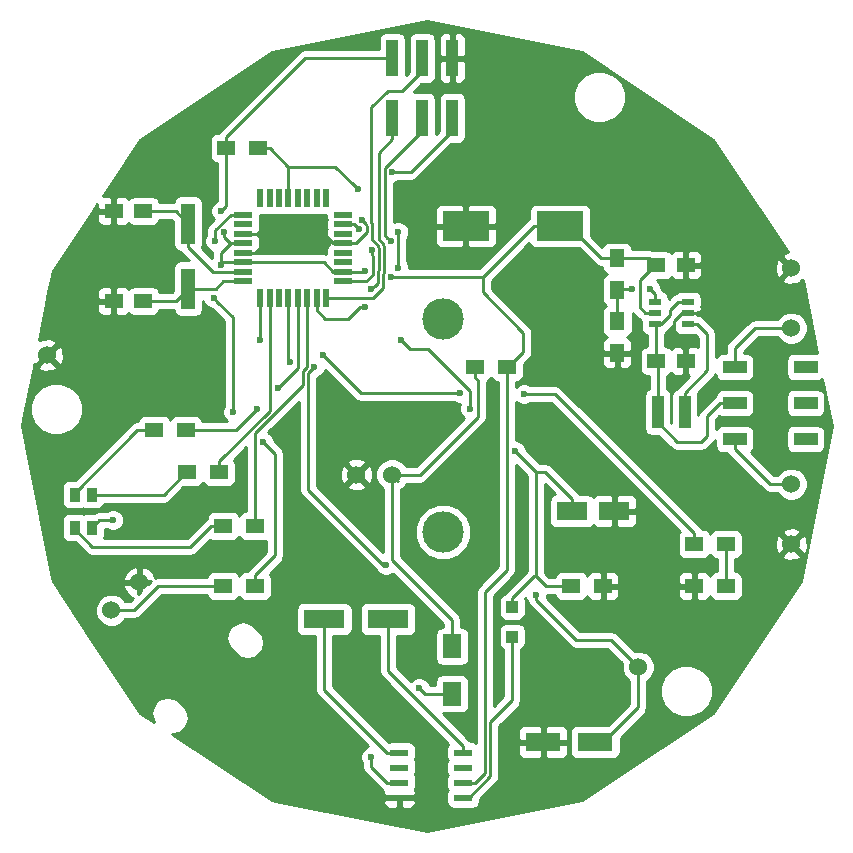
<source format=gbr>
G04 #@! TF.FileFunction,Copper,L1,Top,Signal*
%FSLAX46Y46*%
G04 Gerber Fmt 4.6, Leading zero omitted, Abs format (unit mm)*
G04 Created by KiCad (PCBNEW 4.0.7) date 07/04/18 14:48:19*
%MOMM*%
%LPD*%
G01*
G04 APERTURE LIST*
%ADD10C,0.100000*%
%ADD11C,1.524000*%
%ADD12R,1.600000X0.550000*%
%ADD13R,0.550000X1.600000*%
%ADD14R,1.500000X1.250000*%
%ADD15R,3.000000X1.600000*%
%ADD16R,1.600000X2.000000*%
%ADD17R,2.600000X1.600000*%
%ADD18R,3.500000X1.600000*%
%ADD19R,1.500000X1.300000*%
%ADD20R,1.000000X2.750000*%
%ADD21R,1.300000X1.500000*%
%ADD22R,2.000000X1.100000*%
%ADD23R,4.000000X2.500000*%
%ADD24R,1.100000X0.600000*%
%ADD25R,1.200000X3.500000*%
%ADD26R,1.000000X1.000000*%
%ADD27R,1.550000X0.600000*%
%ADD28R,1.000000X3.150000*%
%ADD29R,0.900000X1.200000*%
%ADD30C,3.500000*%
%ADD31C,0.600000*%
%ADD32C,0.250000*%
%ADD33C,0.254000*%
G04 APERTURE END LIST*
D10*
D11*
X125635501Y-113232377D03*
X123300634Y-115567244D03*
D12*
X134434000Y-82106000D03*
X134434000Y-82906000D03*
X134434000Y-83706000D03*
X134434000Y-84506000D03*
X134434000Y-85306000D03*
X134434000Y-86106000D03*
X134434000Y-86906000D03*
X134434000Y-87706000D03*
D13*
X135884000Y-89156000D03*
X136684000Y-89156000D03*
X137484000Y-89156000D03*
X138284000Y-89156000D03*
X139084000Y-89156000D03*
X139884000Y-89156000D03*
X140684000Y-89156000D03*
X141484000Y-89156000D03*
D12*
X142934000Y-87706000D03*
X142934000Y-86906000D03*
X142934000Y-86106000D03*
X142934000Y-85306000D03*
X142934000Y-84506000D03*
X142934000Y-83706000D03*
X142934000Y-82906000D03*
X142934000Y-82106000D03*
D13*
X141484000Y-80656000D03*
X140684000Y-80656000D03*
X139884000Y-80656000D03*
X139084000Y-80656000D03*
X138284000Y-80656000D03*
X137484000Y-80656000D03*
X136684000Y-80656000D03*
X135884000Y-80656000D03*
D14*
X169418000Y-94488000D03*
X171918000Y-94488000D03*
X169438000Y-86360000D03*
X171938000Y-86360000D03*
D15*
X164252000Y-126746000D03*
X159852000Y-126746000D03*
D14*
X125984000Y-81788000D03*
X123484000Y-81788000D03*
X125984000Y-89408000D03*
X123484000Y-89408000D03*
D16*
X152146000Y-122650000D03*
X152146000Y-118650000D03*
D17*
X162284000Y-107188000D03*
X165884000Y-107188000D03*
D18*
X141318000Y-116332000D03*
X146718000Y-116332000D03*
D19*
X172640000Y-113538000D03*
X175340000Y-113538000D03*
D20*
X171838000Y-98806000D03*
X169538000Y-98806000D03*
D11*
X167894000Y-120396000D03*
X117856000Y-93980000D03*
D21*
X166116000Y-85772000D03*
X166116000Y-88472000D03*
X166116000Y-91106000D03*
X166116000Y-93806000D03*
D19*
X133016000Y-76454000D03*
X135716000Y-76454000D03*
X132762000Y-113538000D03*
X135462000Y-113538000D03*
X175340000Y-109982000D03*
X172640000Y-109982000D03*
X129714000Y-103886000D03*
X132414000Y-103886000D03*
X132762000Y-108458000D03*
X135462000Y-108458000D03*
X126920000Y-100330000D03*
X129620000Y-100330000D03*
X154098000Y-94996000D03*
X156798000Y-94996000D03*
X164926000Y-113538000D03*
X162226000Y-113538000D03*
D22*
X176070000Y-94994000D03*
X176070000Y-98044000D03*
X176070000Y-101094000D03*
X182070000Y-98044000D03*
X182070000Y-94994000D03*
X182070000Y-101094000D03*
D23*
X161290000Y-83058000D03*
X153290000Y-83058000D03*
D24*
X169288000Y-91374000D03*
X172088000Y-91374000D03*
X169288000Y-90424000D03*
X172088000Y-90424000D03*
X169288000Y-89474000D03*
X172088000Y-89474000D03*
D25*
X129794000Y-82848000D03*
X129794000Y-88348000D03*
D26*
X157226000Y-115316000D03*
X157226000Y-117816000D03*
D27*
X147668000Y-127635000D03*
X147668000Y-128905000D03*
X147668000Y-130175000D03*
X147668000Y-131445000D03*
X153068000Y-131445000D03*
X153068000Y-130175000D03*
X153068000Y-128905000D03*
X153068000Y-127635000D03*
D11*
X180848000Y-104902000D03*
X180848000Y-109982000D03*
X180848000Y-91694000D03*
X180848000Y-86614000D03*
D28*
X147066000Y-73899000D03*
X147066000Y-68849000D03*
X149606000Y-73899000D03*
X149606000Y-68849000D03*
X152146000Y-73899000D03*
X152146000Y-68849000D03*
D29*
X120179000Y-108588000D03*
X120179000Y-105788000D03*
X121629000Y-108588000D03*
X121629000Y-105788000D03*
D30*
X151384000Y-90966000D03*
X151384000Y-108966000D03*
D11*
X144042000Y-104108000D03*
X147042000Y-104108000D03*
D31*
X155702000Y-99568000D03*
X157988000Y-100584000D03*
X148336000Y-82550000D03*
X144526000Y-82550000D03*
X132842000Y-83566000D03*
X132588000Y-81788000D03*
X146948990Y-87376000D03*
X123444000Y-107950000D03*
X132588000Y-86360000D03*
X144780000Y-86868000D03*
X159258000Y-114300000D03*
X146558000Y-111760000D03*
X138430000Y-94605010D03*
X140462000Y-94996000D03*
X149352000Y-122174000D03*
X145288000Y-128016000D03*
X147828000Y-92710000D03*
X157480000Y-102108000D03*
X153670000Y-98552000D03*
X147574000Y-86614000D03*
X147574000Y-83566000D03*
X144272000Y-83312000D03*
X145318800Y-85101485D03*
X146948990Y-84328000D03*
X145304610Y-88406292D03*
X144780000Y-89916000D03*
X144154990Y-79911401D03*
X147067032Y-78486000D03*
X167386000Y-88392000D03*
X168910000Y-88392000D03*
X131962990Y-89154000D03*
X132080000Y-84328000D03*
X133604000Y-98806000D03*
X136144000Y-101346000D03*
X152828651Y-97164990D03*
X158242000Y-97282000D03*
X141224000Y-93980000D03*
X135890000Y-92710000D03*
X137414000Y-96774000D03*
X135636000Y-98552000D03*
D32*
X180848000Y-91694000D02*
X177800000Y-91694000D01*
X177800000Y-91694000D02*
X176070000Y-93424000D01*
X176070000Y-93424000D02*
X176070000Y-94994000D01*
X170942000Y-92637000D02*
X170942000Y-91084998D01*
X170942000Y-91084998D02*
X171602998Y-90424000D01*
X171602998Y-90424000D02*
X172088000Y-90424000D01*
X171918000Y-94488000D02*
X171918000Y-93613000D01*
X171918000Y-93613000D02*
X170942000Y-92637000D01*
X158044000Y-100584000D02*
X157988000Y-100584000D01*
X143984000Y-84506000D02*
X144897002Y-83592998D01*
X144825999Y-82940995D02*
X144825999Y-82849999D01*
X144897002Y-83592998D02*
X144897002Y-83011998D01*
X144897002Y-83011998D02*
X144825999Y-82940995D01*
X142934000Y-84506000D02*
X143984000Y-84506000D01*
X144825999Y-82849999D02*
X144526000Y-82550000D01*
X134434000Y-83706000D02*
X136398000Y-83706000D01*
X136398000Y-83706000D02*
X141273998Y-83706000D01*
X134434000Y-85306000D02*
X135484000Y-85306000D01*
X135484000Y-85306000D02*
X136398000Y-84392000D01*
X136398000Y-84392000D02*
X136398000Y-83706000D01*
X141273998Y-83706000D02*
X142073998Y-84506000D01*
X142073998Y-84506000D02*
X142934000Y-84506000D01*
X169863589Y-91374000D02*
X169288000Y-91374000D01*
X170622000Y-90615589D02*
X169863589Y-91374000D01*
X170622000Y-90140000D02*
X170622000Y-90615589D01*
X171288000Y-89474000D02*
X170622000Y-90140000D01*
X172088000Y-89474000D02*
X171288000Y-89474000D01*
X169288000Y-91374000D02*
X169773002Y-91374000D01*
X171673002Y-89474000D02*
X172088000Y-89474000D01*
X169418000Y-94488000D02*
X169418000Y-91504000D01*
X169418000Y-91504000D02*
X169288000Y-91374000D01*
X169538000Y-98806000D02*
X169538000Y-94608000D01*
X169538000Y-94608000D02*
X169418000Y-94488000D01*
X173228000Y-101346000D02*
X171203000Y-101346000D01*
X171203000Y-101346000D02*
X169538000Y-99681000D01*
X169538000Y-99681000D02*
X169538000Y-98806000D01*
X173736000Y-100838000D02*
X173228000Y-101346000D01*
X173736000Y-99128000D02*
X173736000Y-100838000D01*
X176070000Y-98044000D02*
X174820000Y-98044000D01*
X174820000Y-98044000D02*
X173736000Y-99128000D01*
X153068000Y-130175000D02*
X154093000Y-130175000D01*
X154940000Y-114046000D02*
X156798000Y-112188000D01*
X154093000Y-130175000D02*
X154940000Y-129328000D01*
X154940000Y-129328000D02*
X154940000Y-114046000D01*
X156798000Y-112188000D02*
X156798000Y-94996000D01*
X161290000Y-83058000D02*
X162040000Y-83058000D01*
X162040000Y-83058000D02*
X164754000Y-85772000D01*
X164754000Y-85772000D02*
X165216000Y-85772000D01*
X165216000Y-85772000D02*
X166116000Y-85772000D01*
X154722000Y-88682000D02*
X158178000Y-92138000D01*
X158178000Y-92138000D02*
X158178000Y-93716000D01*
X154722000Y-87376000D02*
X154722000Y-88682000D01*
X161290000Y-83058000D02*
X159040000Y-83058000D01*
X159040000Y-83058000D02*
X154722000Y-87376000D01*
X154722000Y-87376000D02*
X147373254Y-87376000D01*
X132842000Y-83566000D02*
X132842000Y-83990264D01*
X132842000Y-83990264D02*
X133357736Y-84506000D01*
X133357736Y-84506000D02*
X133384000Y-84506000D01*
X133016000Y-76454000D02*
X133016000Y-81360000D01*
X133016000Y-81360000D02*
X132588000Y-81788000D01*
X147373254Y-87376000D02*
X146948990Y-87376000D01*
X123444000Y-107950000D02*
X122267000Y-107950000D01*
X122267000Y-107950000D02*
X121629000Y-108588000D01*
X132588000Y-86106000D02*
X132588000Y-86360000D01*
X142934000Y-86906000D02*
X144742000Y-86906000D01*
X144742000Y-86906000D02*
X144780000Y-86868000D01*
X134434000Y-86106000D02*
X141273998Y-86106000D01*
X141273998Y-86106000D02*
X142073998Y-86906000D01*
X142073998Y-86906000D02*
X142934000Y-86906000D01*
X132588000Y-85302000D02*
X133384000Y-84506000D01*
X133384000Y-84506000D02*
X134434000Y-84506000D01*
X132588000Y-86106000D02*
X132588000Y-85302000D01*
X134434000Y-86106000D02*
X132588000Y-86106000D01*
X158178000Y-93716000D02*
X156898000Y-94996000D01*
X156898000Y-94996000D02*
X156798000Y-94996000D01*
X168011001Y-89947001D02*
X168011001Y-87661999D01*
X168488000Y-90424000D02*
X168011001Y-89947001D01*
X169288000Y-90424000D02*
X168488000Y-90424000D01*
X169313000Y-86360000D02*
X169438000Y-86360000D01*
X168011001Y-87661999D02*
X169313000Y-86360000D01*
X166116000Y-85772000D02*
X168850000Y-85772000D01*
X168850000Y-85772000D02*
X169438000Y-86360000D01*
X147066000Y-68849000D02*
X139721000Y-68849000D01*
X133016000Y-75554000D02*
X133016000Y-76454000D01*
X139721000Y-68849000D02*
X133016000Y-75554000D01*
X159258000Y-114300000D02*
X159258000Y-114724264D01*
X159258000Y-114724264D02*
X162643736Y-118110000D01*
X162643736Y-118110000D02*
X165608000Y-118110000D01*
X146304000Y-111760000D02*
X146558000Y-111760000D01*
X139954000Y-105410000D02*
X139954000Y-95504000D01*
X139954000Y-95504000D02*
X140462000Y-94996000D01*
X146304000Y-111760000D02*
X139954000Y-105410000D01*
X164252000Y-126746000D02*
X164952000Y-126746000D01*
X164952000Y-126746000D02*
X167894000Y-123804000D01*
X167894000Y-123804000D02*
X167894000Y-120396000D01*
X165608000Y-118110000D02*
X167894000Y-120396000D01*
X138284000Y-94459010D02*
X138430000Y-94605010D01*
X138284000Y-89156000D02*
X138284000Y-94459010D01*
X133384000Y-86906000D02*
X134434000Y-86906000D01*
X133304998Y-86985002D02*
X133384000Y-86906000D01*
X131931002Y-86985002D02*
X133304998Y-86985002D01*
X129794000Y-84848000D02*
X131931002Y-86985002D01*
X129794000Y-82848000D02*
X129794000Y-84848000D01*
X125984000Y-81788000D02*
X128734000Y-81788000D01*
X128734000Y-81788000D02*
X129794000Y-82848000D01*
X132124000Y-88348000D02*
X132766000Y-87706000D01*
X132766000Y-87706000D02*
X134434000Y-87706000D01*
X129794000Y-88348000D02*
X132124000Y-88348000D01*
X125984000Y-89408000D02*
X128734000Y-89408000D01*
X128734000Y-89408000D02*
X129794000Y-88348000D01*
X149352000Y-122174000D02*
X149828000Y-122650000D01*
X149828000Y-122650000D02*
X152146000Y-122650000D01*
X145288000Y-128820000D02*
X145288000Y-128016000D01*
X147668000Y-130175000D02*
X146643000Y-130175000D01*
X146643000Y-130175000D02*
X145288000Y-128820000D01*
X162284000Y-107188000D02*
X162284000Y-106138000D01*
X162284000Y-106138000D02*
X160010000Y-103864000D01*
X160010000Y-103864000D02*
X159236000Y-103864000D01*
X159236000Y-112718000D02*
X159074000Y-112718000D01*
X159074000Y-112718000D02*
X157226000Y-114566000D01*
X157226000Y-114566000D02*
X157226000Y-115316000D01*
X157480000Y-102108000D02*
X159236000Y-103864000D01*
X159236000Y-103864000D02*
X159236000Y-112718000D01*
X159236000Y-112718000D02*
X160056000Y-113538000D01*
X160056000Y-113538000D02*
X162226000Y-113538000D01*
X147828000Y-92710000D02*
X148590000Y-93472000D01*
X148590000Y-93472000D02*
X150114000Y-93472000D01*
X150114000Y-93472000D02*
X153670000Y-97028000D01*
X153670000Y-97028000D02*
X153670000Y-98552000D01*
X147574000Y-83566000D02*
X147574000Y-86614000D01*
X143866000Y-82906000D02*
X144272000Y-83312000D01*
X142934000Y-82906000D02*
X143866000Y-82906000D01*
X175340000Y-109982000D02*
X175340000Y-110882000D01*
X175340000Y-110882000D02*
X175340000Y-113538000D01*
X129984000Y-110236000D02*
X121677000Y-110236000D01*
X121677000Y-110236000D02*
X120179000Y-108738000D01*
X120179000Y-108738000D02*
X120179000Y-108588000D01*
X132762000Y-108458000D02*
X131762000Y-108458000D01*
X131762000Y-108458000D02*
X129984000Y-110236000D01*
X126920000Y-100330000D02*
X125487000Y-100330000D01*
X125487000Y-100330000D02*
X120179000Y-105638000D01*
X120179000Y-105638000D02*
X120179000Y-105788000D01*
X121629000Y-105788000D02*
X127712000Y-105788000D01*
X127712000Y-105788000D02*
X129614000Y-103886000D01*
X129614000Y-103886000D02*
X129714000Y-103886000D01*
X155390011Y-125035600D02*
X157226000Y-123199611D01*
X157226000Y-123199611D02*
X157226000Y-117816000D01*
X153543000Y-131445000D02*
X153068000Y-131445000D01*
X155390011Y-129597989D02*
X153543000Y-131445000D01*
X155390011Y-125035600D02*
X155390011Y-129597989D01*
X146323989Y-88281015D02*
X145449004Y-89156000D01*
X147066000Y-73899000D02*
X147066000Y-75724000D01*
X142009000Y-89156000D02*
X141484000Y-89156000D01*
X145449004Y-89156000D02*
X142009000Y-89156000D01*
X146323988Y-84628002D02*
X146400987Y-84705001D01*
X145913002Y-84123389D02*
X146323988Y-84534375D01*
X146323988Y-84534375D02*
X146323988Y-84628002D01*
X146400987Y-84705001D02*
X146400987Y-86999001D01*
X146323989Y-87075999D02*
X146323989Y-88281015D01*
X145913002Y-76876998D02*
X145913002Y-84123389D01*
X147066000Y-75724000D02*
X145913002Y-76876998D01*
X146400987Y-86999001D02*
X146323989Y-87075999D01*
X145405002Y-85611951D02*
X145318800Y-85525749D01*
X145405002Y-87168002D02*
X145405002Y-85611951D01*
X142934000Y-87706000D02*
X144867004Y-87706000D01*
X144867004Y-87706000D02*
X145405002Y-87168002D01*
X146648991Y-84028001D02*
X146948990Y-84328000D01*
X146442022Y-78137978D02*
X146442022Y-83821032D01*
X149606000Y-74974000D02*
X146442022Y-78137978D01*
X149606000Y-73899000D02*
X149606000Y-74974000D01*
X146442022Y-83821032D02*
X146648991Y-84028001D01*
X145318800Y-85525749D02*
X145318800Y-85101485D01*
X145950976Y-86812601D02*
X145873978Y-86889599D01*
X145604609Y-88106293D02*
X145304610Y-88406292D01*
X147902000Y-71628000D02*
X146676998Y-71628000D01*
X145873978Y-86889599D02*
X145873978Y-87836924D01*
X145347013Y-82825598D02*
X145347013Y-84193811D01*
X145288000Y-82766585D02*
X145347013Y-82825598D01*
X145288000Y-73016998D02*
X145288000Y-82766585D01*
X145873977Y-84720775D02*
X145873977Y-84814402D01*
X145873978Y-87836924D02*
X145604609Y-88106293D01*
X146676998Y-71628000D02*
X145288000Y-73016998D01*
X149606000Y-69924000D02*
X147902000Y-71628000D01*
X149606000Y-68849000D02*
X149606000Y-69924000D01*
X145873977Y-84814402D02*
X145950976Y-84891401D01*
X145950976Y-84891401D02*
X145950976Y-86812601D01*
X145347013Y-84193811D02*
X145873977Y-84720775D01*
X143339736Y-90932000D02*
X141410000Y-90932000D01*
X141410000Y-90932000D02*
X140684000Y-90206000D01*
X140684000Y-90206000D02*
X140684000Y-89156000D01*
X144780000Y-89916000D02*
X144355736Y-89916000D01*
X144355736Y-89916000D02*
X143339736Y-90932000D01*
X143854991Y-79611402D02*
X144154990Y-79911401D01*
X138284000Y-78022000D02*
X142265589Y-78022000D01*
X142265589Y-78022000D02*
X143854991Y-79611402D01*
X152146000Y-74974000D02*
X148634000Y-78486000D01*
X152146000Y-73899000D02*
X152146000Y-74974000D01*
X147491296Y-78486000D02*
X147067032Y-78486000D01*
X148634000Y-78486000D02*
X147491296Y-78486000D01*
X135716000Y-76454000D02*
X136716000Y-76454000D01*
X136716000Y-76454000D02*
X138284000Y-78022000D01*
X138284000Y-78022000D02*
X138284000Y-79606000D01*
X138284000Y-79606000D02*
X138284000Y-80656000D01*
X173736000Y-92222000D02*
X173736000Y-95283000D01*
X173736000Y-95283000D02*
X171838000Y-97181000D01*
X171838000Y-97181000D02*
X171838000Y-98806000D01*
X172088000Y-91374000D02*
X172888000Y-91374000D01*
X172888000Y-91374000D02*
X173736000Y-92222000D01*
X131492000Y-113538000D02*
X132762000Y-113538000D01*
X131492000Y-113538000D02*
X127254000Y-113538000D01*
X127254000Y-113538000D02*
X125224756Y-115567244D01*
X125224756Y-115567244D02*
X123300634Y-115567244D01*
X167386000Y-88392000D02*
X166196000Y-88392000D01*
X166196000Y-88392000D02*
X166116000Y-88472000D01*
X169288000Y-89474000D02*
X169288000Y-88770000D01*
X169288000Y-88770000D02*
X168910000Y-88392000D01*
X166116000Y-88572000D02*
X166116000Y-88472000D01*
X166116000Y-91106000D02*
X166116000Y-88472000D01*
X135462000Y-113538000D02*
X135462000Y-112638000D01*
X135462000Y-112638000D02*
X137160000Y-110940000D01*
X137160000Y-110940000D02*
X137160000Y-102362000D01*
X137160000Y-102362000D02*
X136144000Y-101346000D01*
X133384000Y-82106000D02*
X134434000Y-82106000D01*
X132080000Y-83410000D02*
X133384000Y-82106000D01*
X132080000Y-84328000D02*
X132080000Y-83410000D01*
X133604000Y-98806000D02*
X133604000Y-90795010D01*
X132262989Y-89453999D02*
X131962990Y-89154000D01*
X133604000Y-90795010D02*
X132262989Y-89453999D01*
X172640000Y-109982000D02*
X172640000Y-109082000D01*
X172640000Y-109082000D02*
X160840000Y-97282000D01*
X160840000Y-97282000D02*
X159353002Y-97282000D01*
X144408990Y-97164990D02*
X152404387Y-97164990D01*
X141224000Y-93980000D02*
X144408990Y-97164990D01*
X152404387Y-97164990D02*
X152828651Y-97164990D01*
X159353002Y-97282000D02*
X158242000Y-97282000D01*
X135884000Y-89156000D02*
X135884000Y-92704000D01*
X135884000Y-92704000D02*
X135890000Y-92710000D01*
X132414000Y-103886000D02*
X132414000Y-102986000D01*
X132414000Y-102986000D02*
X136684000Y-98716000D01*
X136684000Y-98716000D02*
X136684000Y-90206000D01*
X136684000Y-90206000D02*
X136684000Y-89156000D01*
X139884000Y-94648998D02*
X139884000Y-90206000D01*
X139836999Y-94984591D02*
X139836999Y-94695999D01*
X139503989Y-95317600D02*
X139836999Y-94984591D01*
X139503989Y-96532422D02*
X139503989Y-95317600D01*
X135462000Y-100574411D02*
X139503989Y-96532422D01*
X139836999Y-94695999D02*
X139884000Y-94648998D01*
X135462000Y-108458000D02*
X135462000Y-100574411D01*
X139884000Y-90206000D02*
X139884000Y-89156000D01*
X137414000Y-96774000D02*
X139084000Y-95104000D01*
X139084000Y-95104000D02*
X139084000Y-89156000D01*
X129620000Y-100330000D02*
X133858000Y-100330000D01*
X133858000Y-100330000D02*
X135636000Y-98552000D01*
X147042000Y-105185630D02*
X147042000Y-104108000D01*
X147042000Y-111318996D02*
X147042000Y-105185630D01*
X152146000Y-116422996D02*
X147042000Y-111318996D01*
X152146000Y-118650000D02*
X152146000Y-116422996D01*
X154295002Y-99196998D02*
X149384000Y-104108000D01*
X149384000Y-104108000D02*
X147042000Y-104108000D01*
X154295002Y-96093002D02*
X154295002Y-99196998D01*
X147574000Y-104640000D02*
X147042000Y-104108000D01*
X154098000Y-95896000D02*
X154295002Y-96093002D01*
X154098000Y-94996000D02*
X154098000Y-95896000D01*
X147668000Y-127635000D02*
X146643000Y-127635000D01*
X146643000Y-127635000D02*
X141318000Y-122310000D01*
X141318000Y-122310000D02*
X141318000Y-117382000D01*
X141318000Y-117382000D02*
X141318000Y-116332000D01*
X153068000Y-127635000D02*
X153068000Y-127085000D01*
X153068000Y-127085000D02*
X146718000Y-120735000D01*
X146718000Y-120735000D02*
X146718000Y-117382000D01*
X146718000Y-117382000D02*
X146718000Y-116332000D01*
X179324000Y-104902000D02*
X180848000Y-104902000D01*
X176070000Y-101094000D02*
X176070000Y-101894000D01*
X176070000Y-101894000D02*
X179078000Y-104902000D01*
X179078000Y-104902000D02*
X179324000Y-104902000D01*
D33*
G36*
X163122215Y-68320171D02*
X174246692Y-75753308D01*
X180577990Y-85228766D01*
X180500632Y-85232638D01*
X180116857Y-85391603D01*
X180047392Y-85633787D01*
X180848000Y-86434395D01*
X180862143Y-86420253D01*
X181041748Y-86599858D01*
X181027605Y-86614000D01*
X181041748Y-86628143D01*
X180862143Y-86807748D01*
X180848000Y-86793605D01*
X180047392Y-87594213D01*
X180116857Y-87836397D01*
X180640302Y-88023144D01*
X181195368Y-87995362D01*
X181579143Y-87836397D01*
X181648607Y-87594215D01*
X181763618Y-87709226D01*
X181831676Y-87641168D01*
X183056059Y-93796560D01*
X181070000Y-93796560D01*
X180834683Y-93840838D01*
X180618559Y-93979910D01*
X180473569Y-94192110D01*
X180422560Y-94444000D01*
X180422560Y-95544000D01*
X180466838Y-95779317D01*
X180605910Y-95995441D01*
X180818110Y-96140431D01*
X181070000Y-96191440D01*
X183070000Y-96191440D01*
X183305317Y-96147162D01*
X183498851Y-96022626D01*
X184290000Y-100000000D01*
X181679829Y-113122215D01*
X174246692Y-124246692D01*
X163122215Y-131679829D01*
X150000000Y-134290000D01*
X137133783Y-131730750D01*
X146258000Y-131730750D01*
X146258000Y-131871310D01*
X146354673Y-132104699D01*
X146533302Y-132283327D01*
X146766691Y-132380000D01*
X147382250Y-132380000D01*
X147541000Y-132221250D01*
X147541000Y-131572000D01*
X147795000Y-131572000D01*
X147795000Y-132221250D01*
X147953750Y-132380000D01*
X148569309Y-132380000D01*
X148802698Y-132283327D01*
X148981327Y-132104699D01*
X149078000Y-131871310D01*
X149078000Y-131730750D01*
X148919250Y-131572000D01*
X147795000Y-131572000D01*
X147541000Y-131572000D01*
X146416750Y-131572000D01*
X146258000Y-131730750D01*
X137133783Y-131730750D01*
X136877785Y-131679829D01*
X128462584Y-126056972D01*
X128985482Y-125952962D01*
X129434809Y-125652731D01*
X129735040Y-125203404D01*
X129840466Y-124673388D01*
X129735040Y-124143372D01*
X129434809Y-123694045D01*
X129035955Y-123295191D01*
X128586628Y-122994961D01*
X128056612Y-122889534D01*
X127526596Y-122994961D01*
X127077269Y-123295191D01*
X126777039Y-123744518D01*
X126671612Y-124274534D01*
X126777039Y-124804550D01*
X126929348Y-125032496D01*
X125753308Y-124246692D01*
X121519650Y-117910573D01*
X133035573Y-117910573D01*
X133141000Y-118440589D01*
X133441230Y-118889916D01*
X133840084Y-119288770D01*
X134289411Y-119589001D01*
X134819427Y-119694427D01*
X135349443Y-119589001D01*
X135798770Y-119288770D01*
X136099001Y-118839443D01*
X136204427Y-118309427D01*
X136099001Y-117779411D01*
X135798770Y-117330084D01*
X135399916Y-116931230D01*
X134950589Y-116631000D01*
X134420573Y-116525573D01*
X133890557Y-116631000D01*
X133441230Y-116931230D01*
X133141000Y-117380557D01*
X133035573Y-117910573D01*
X121519650Y-117910573D01*
X118320171Y-113122215D01*
X118272988Y-112885008D01*
X124254139Y-112885008D01*
X124376270Y-113105377D01*
X125508501Y-113105377D01*
X125508501Y-111973146D01*
X125288132Y-111851015D01*
X124785950Y-112089097D01*
X124413104Y-112501233D01*
X124254139Y-112885008D01*
X118272988Y-112885008D01*
X116741958Y-105188000D01*
X119081560Y-105188000D01*
X119081560Y-106388000D01*
X119125838Y-106623317D01*
X119264910Y-106839441D01*
X119477110Y-106984431D01*
X119729000Y-107035440D01*
X120629000Y-107035440D01*
X120864317Y-106991162D01*
X120901728Y-106967088D01*
X120927110Y-106984431D01*
X121179000Y-107035440D01*
X122079000Y-107035440D01*
X122314317Y-106991162D01*
X122530441Y-106852090D01*
X122675431Y-106639890D01*
X122694039Y-106548000D01*
X127712000Y-106548000D01*
X128002839Y-106490148D01*
X128249401Y-106325401D01*
X129391362Y-105183440D01*
X130464000Y-105183440D01*
X130699317Y-105139162D01*
X130915441Y-105000090D01*
X131060431Y-104787890D01*
X131063081Y-104774803D01*
X131199910Y-104987441D01*
X131412110Y-105132431D01*
X131664000Y-105183440D01*
X133164000Y-105183440D01*
X133399317Y-105139162D01*
X133615441Y-105000090D01*
X133760431Y-104787890D01*
X133811440Y-104536000D01*
X133811440Y-103236000D01*
X133767162Y-103000683D01*
X133652425Y-102822377D01*
X134702000Y-101772802D01*
X134702000Y-107162442D01*
X134476683Y-107204838D01*
X134260559Y-107343910D01*
X134115569Y-107556110D01*
X134112919Y-107569197D01*
X133976090Y-107356559D01*
X133763890Y-107211569D01*
X133512000Y-107160560D01*
X132012000Y-107160560D01*
X131776683Y-107204838D01*
X131560559Y-107343910D01*
X131415569Y-107556110D01*
X131364560Y-107808000D01*
X131364560Y-107827080D01*
X131224599Y-107920599D01*
X129669198Y-109476000D01*
X122650758Y-109476000D01*
X122675431Y-109439890D01*
X122726440Y-109188000D01*
X122726440Y-108710000D01*
X122881537Y-108710000D01*
X122913673Y-108742192D01*
X123257201Y-108884838D01*
X123629167Y-108885162D01*
X123972943Y-108743117D01*
X124236192Y-108480327D01*
X124378838Y-108136799D01*
X124379162Y-107764833D01*
X124237117Y-107421057D01*
X123974327Y-107157808D01*
X123630799Y-107015162D01*
X123258833Y-107014838D01*
X122915057Y-107156883D01*
X122881882Y-107190000D01*
X122267000Y-107190000D01*
X121976160Y-107247852D01*
X121837413Y-107340560D01*
X121179000Y-107340560D01*
X120943683Y-107384838D01*
X120906272Y-107408912D01*
X120880890Y-107391569D01*
X120629000Y-107340560D01*
X119729000Y-107340560D01*
X119493683Y-107384838D01*
X119277559Y-107523910D01*
X119132569Y-107736110D01*
X119081560Y-107988000D01*
X119081560Y-109188000D01*
X119125838Y-109423317D01*
X119264910Y-109639441D01*
X119477110Y-109784431D01*
X119729000Y-109835440D01*
X120201638Y-109835440D01*
X121139599Y-110773401D01*
X121386161Y-110938148D01*
X121677000Y-110996000D01*
X129984000Y-110996000D01*
X130274839Y-110938148D01*
X130521401Y-110773401D01*
X131659271Y-109635531D01*
X131760110Y-109704431D01*
X132012000Y-109755440D01*
X133512000Y-109755440D01*
X133747317Y-109711162D01*
X133963441Y-109572090D01*
X134108431Y-109359890D01*
X134111081Y-109346803D01*
X134247910Y-109559441D01*
X134460110Y-109704431D01*
X134712000Y-109755440D01*
X136212000Y-109755440D01*
X136400000Y-109720065D01*
X136400000Y-110625198D01*
X134924599Y-112100599D01*
X134831080Y-112240560D01*
X134712000Y-112240560D01*
X134476683Y-112284838D01*
X134260559Y-112423910D01*
X134115569Y-112636110D01*
X134112919Y-112649197D01*
X133976090Y-112436559D01*
X133763890Y-112291569D01*
X133512000Y-112240560D01*
X132012000Y-112240560D01*
X131776683Y-112284838D01*
X131560559Y-112423910D01*
X131415569Y-112636110D01*
X131386836Y-112778000D01*
X127254000Y-112778000D01*
X126990939Y-112830326D01*
X126778781Y-112382826D01*
X126366645Y-112009980D01*
X125982870Y-111851015D01*
X125762501Y-111973146D01*
X125762501Y-113105377D01*
X126611821Y-113105377D01*
X126357821Y-113359377D01*
X125942109Y-113359377D01*
X125829250Y-113246518D01*
X125649642Y-113426126D01*
X125762501Y-113538985D01*
X125762501Y-113954697D01*
X125508501Y-114208697D01*
X125508501Y-113359377D01*
X124376270Y-113359377D01*
X124254139Y-113579746D01*
X124492221Y-114081928D01*
X124904357Y-114454774D01*
X125157549Y-114559649D01*
X124909954Y-114807244D01*
X124498165Y-114807244D01*
X124485644Y-114776941D01*
X124093004Y-114383615D01*
X123579734Y-114170487D01*
X123023973Y-114170002D01*
X122510331Y-114382234D01*
X122117005Y-114774874D01*
X121903877Y-115288144D01*
X121903392Y-115843905D01*
X122115624Y-116357547D01*
X122508264Y-116750873D01*
X123021534Y-116964001D01*
X123577295Y-116964486D01*
X124090937Y-116752254D01*
X124484263Y-116359614D01*
X124497704Y-116327244D01*
X125224756Y-116327244D01*
X125515595Y-116269392D01*
X125762157Y-116104645D01*
X126334802Y-115532000D01*
X138920560Y-115532000D01*
X138920560Y-117132000D01*
X138964838Y-117367317D01*
X139103910Y-117583441D01*
X139316110Y-117728431D01*
X139568000Y-117779440D01*
X140558000Y-117779440D01*
X140558000Y-122310000D01*
X140615852Y-122600839D01*
X140780599Y-122847401D01*
X145039999Y-127106801D01*
X144759057Y-127222883D01*
X144495808Y-127485673D01*
X144353162Y-127829201D01*
X144352838Y-128201167D01*
X144494883Y-128544943D01*
X144528000Y-128578118D01*
X144528000Y-128820000D01*
X144585852Y-129110839D01*
X144750599Y-129357401D01*
X146105599Y-130712401D01*
X146324331Y-130858553D01*
X146258000Y-131018690D01*
X146258000Y-131159250D01*
X146416750Y-131318000D01*
X147541000Y-131318000D01*
X147541000Y-131298000D01*
X147795000Y-131298000D01*
X147795000Y-131318000D01*
X148919250Y-131318000D01*
X149078000Y-131159250D01*
X149078000Y-131018690D01*
X148988194Y-130801878D01*
X149039431Y-130726890D01*
X149090440Y-130475000D01*
X149090440Y-129875000D01*
X149046162Y-129639683D01*
X148982322Y-129540472D01*
X149039431Y-129456890D01*
X149090440Y-129205000D01*
X149090440Y-128605000D01*
X149046162Y-128369683D01*
X148982322Y-128270472D01*
X149039431Y-128186890D01*
X149090440Y-127935000D01*
X149090440Y-127335000D01*
X149046162Y-127099683D01*
X148907090Y-126883559D01*
X148694890Y-126738569D01*
X148443000Y-126687560D01*
X146893000Y-126687560D01*
X146789784Y-126706982D01*
X142078000Y-121995198D01*
X142078000Y-117779440D01*
X143068000Y-117779440D01*
X143303317Y-117735162D01*
X143519441Y-117596090D01*
X143664431Y-117383890D01*
X143715440Y-117132000D01*
X143715440Y-115532000D01*
X143671162Y-115296683D01*
X143532090Y-115080559D01*
X143319890Y-114935569D01*
X143068000Y-114884560D01*
X139568000Y-114884560D01*
X139332683Y-114928838D01*
X139116559Y-115067910D01*
X138971569Y-115280110D01*
X138920560Y-115532000D01*
X126334802Y-115532000D01*
X127568802Y-114298000D01*
X131385258Y-114298000D01*
X131408838Y-114423317D01*
X131547910Y-114639441D01*
X131760110Y-114784431D01*
X132012000Y-114835440D01*
X133512000Y-114835440D01*
X133747317Y-114791162D01*
X133963441Y-114652090D01*
X134108431Y-114439890D01*
X134111081Y-114426803D01*
X134247910Y-114639441D01*
X134460110Y-114784431D01*
X134712000Y-114835440D01*
X136212000Y-114835440D01*
X136447317Y-114791162D01*
X136663441Y-114652090D01*
X136808431Y-114439890D01*
X136859440Y-114188000D01*
X136859440Y-112888000D01*
X136815162Y-112652683D01*
X136700425Y-112474377D01*
X137697401Y-111477401D01*
X137862148Y-111230839D01*
X137920000Y-110940000D01*
X137920000Y-102362000D01*
X137862148Y-102071161D01*
X137697401Y-101824599D01*
X137079122Y-101206320D01*
X137079162Y-101160833D01*
X136937117Y-100817057D01*
X136674327Y-100553808D01*
X136591711Y-100519502D01*
X139194000Y-97917213D01*
X139194000Y-105410000D01*
X139251852Y-105700839D01*
X139416599Y-105947401D01*
X145766599Y-112297401D01*
X145786802Y-112310900D01*
X146027673Y-112552192D01*
X146371201Y-112694838D01*
X146743167Y-112695162D01*
X147086943Y-112553117D01*
X147144181Y-112495979D01*
X151386000Y-116737798D01*
X151386000Y-117002560D01*
X151346000Y-117002560D01*
X151110683Y-117046838D01*
X150894559Y-117185910D01*
X150749569Y-117398110D01*
X150698560Y-117650000D01*
X150698560Y-119650000D01*
X150742838Y-119885317D01*
X150881910Y-120101441D01*
X151094110Y-120246431D01*
X151346000Y-120297440D01*
X152946000Y-120297440D01*
X153181317Y-120253162D01*
X153397441Y-120114090D01*
X153542431Y-119901890D01*
X153593440Y-119650000D01*
X153593440Y-117650000D01*
X153549162Y-117414683D01*
X153410090Y-117198559D01*
X153197890Y-117053569D01*
X152946000Y-117002560D01*
X152906000Y-117002560D01*
X152906000Y-116422996D01*
X152848148Y-116132157D01*
X152683401Y-115885595D01*
X147802000Y-111004194D01*
X147802000Y-109438325D01*
X148998587Y-109438325D01*
X149360916Y-110315229D01*
X150031242Y-110986726D01*
X150907513Y-111350585D01*
X151856325Y-111351413D01*
X152733229Y-110989084D01*
X153404726Y-110318758D01*
X153768585Y-109442487D01*
X153769413Y-108493675D01*
X153407084Y-107616771D01*
X152736758Y-106945274D01*
X151860487Y-106581415D01*
X150911675Y-106580587D01*
X150034771Y-106942916D01*
X149363274Y-107613242D01*
X148999415Y-108489513D01*
X148998587Y-109438325D01*
X147802000Y-109438325D01*
X147802000Y-105354648D01*
X147864840Y-105342148D01*
X148111401Y-105177401D01*
X148276148Y-104930840D01*
X148288648Y-104868000D01*
X149384000Y-104868000D01*
X149674839Y-104810148D01*
X149921401Y-104645401D01*
X154832403Y-99734399D01*
X154997150Y-99487837D01*
X155055002Y-99196998D01*
X155055002Y-96254490D01*
X155083317Y-96249162D01*
X155299441Y-96110090D01*
X155444431Y-95897890D01*
X155447081Y-95884803D01*
X155583910Y-96097441D01*
X155796110Y-96242431D01*
X156038000Y-96291415D01*
X156038000Y-111873198D01*
X154402599Y-113508599D01*
X154237852Y-113755161D01*
X154180000Y-114046000D01*
X154180000Y-126796722D01*
X154094890Y-126738569D01*
X153843000Y-126687560D01*
X153698920Y-126687560D01*
X153605401Y-126547599D01*
X151355242Y-124297440D01*
X152946000Y-124297440D01*
X153181317Y-124253162D01*
X153397441Y-124114090D01*
X153542431Y-123901890D01*
X153593440Y-123650000D01*
X153593440Y-121650000D01*
X153549162Y-121414683D01*
X153410090Y-121198559D01*
X153197890Y-121053569D01*
X152946000Y-121002560D01*
X151346000Y-121002560D01*
X151110683Y-121046838D01*
X150894559Y-121185910D01*
X150749569Y-121398110D01*
X150698560Y-121650000D01*
X150698560Y-121890000D01*
X150246325Y-121890000D01*
X150145117Y-121645057D01*
X149882327Y-121381808D01*
X149538799Y-121239162D01*
X149166833Y-121238838D01*
X148823057Y-121380883D01*
X148630703Y-121572901D01*
X147478000Y-120420198D01*
X147478000Y-117779440D01*
X148468000Y-117779440D01*
X148703317Y-117735162D01*
X148919441Y-117596090D01*
X149064431Y-117383890D01*
X149115440Y-117132000D01*
X149115440Y-115532000D01*
X149071162Y-115296683D01*
X148932090Y-115080559D01*
X148719890Y-114935569D01*
X148468000Y-114884560D01*
X144968000Y-114884560D01*
X144732683Y-114928838D01*
X144516559Y-115067910D01*
X144371569Y-115280110D01*
X144320560Y-115532000D01*
X144320560Y-117132000D01*
X144364838Y-117367317D01*
X144503910Y-117583441D01*
X144716110Y-117728431D01*
X144968000Y-117779440D01*
X145958000Y-117779440D01*
X145958000Y-120735000D01*
X146015852Y-121025839D01*
X146180599Y-121272401D01*
X151816209Y-126908011D01*
X151696569Y-127083110D01*
X151645560Y-127335000D01*
X151645560Y-127935000D01*
X151689838Y-128170317D01*
X151753678Y-128269528D01*
X151696569Y-128353110D01*
X151645560Y-128605000D01*
X151645560Y-129205000D01*
X151689838Y-129440317D01*
X151753678Y-129539528D01*
X151696569Y-129623110D01*
X151645560Y-129875000D01*
X151645560Y-130475000D01*
X151689838Y-130710317D01*
X151753678Y-130809528D01*
X151696569Y-130893110D01*
X151645560Y-131145000D01*
X151645560Y-131745000D01*
X151689838Y-131980317D01*
X151828910Y-132196441D01*
X152041110Y-132341431D01*
X152293000Y-132392440D01*
X153843000Y-132392440D01*
X154078317Y-132348162D01*
X154294441Y-132209090D01*
X154439431Y-131996890D01*
X154490440Y-131745000D01*
X154490440Y-131572362D01*
X155927412Y-130135390D01*
X156092159Y-129888828D01*
X156150011Y-129597989D01*
X156150011Y-127031750D01*
X157717000Y-127031750D01*
X157717000Y-127672310D01*
X157813673Y-127905699D01*
X157992302Y-128084327D01*
X158225691Y-128181000D01*
X159566250Y-128181000D01*
X159725000Y-128022250D01*
X159725000Y-126873000D01*
X159979000Y-126873000D01*
X159979000Y-128022250D01*
X160137750Y-128181000D01*
X161478309Y-128181000D01*
X161711698Y-128084327D01*
X161890327Y-127905699D01*
X161987000Y-127672310D01*
X161987000Y-127031750D01*
X161828250Y-126873000D01*
X159979000Y-126873000D01*
X159725000Y-126873000D01*
X157875750Y-126873000D01*
X157717000Y-127031750D01*
X156150011Y-127031750D01*
X156150011Y-125819690D01*
X157717000Y-125819690D01*
X157717000Y-126460250D01*
X157875750Y-126619000D01*
X159725000Y-126619000D01*
X159725000Y-125469750D01*
X159979000Y-125469750D01*
X159979000Y-126619000D01*
X161828250Y-126619000D01*
X161987000Y-126460250D01*
X161987000Y-125819690D01*
X161890327Y-125586301D01*
X161711698Y-125407673D01*
X161478309Y-125311000D01*
X160137750Y-125311000D01*
X159979000Y-125469750D01*
X159725000Y-125469750D01*
X159566250Y-125311000D01*
X158225691Y-125311000D01*
X157992302Y-125407673D01*
X157813673Y-125586301D01*
X157717000Y-125819690D01*
X156150011Y-125819690D01*
X156150011Y-125350402D01*
X157763401Y-123737012D01*
X157928148Y-123490450D01*
X157986000Y-123199611D01*
X157986000Y-118903279D01*
X158177441Y-118780090D01*
X158322431Y-118567890D01*
X158373440Y-118316000D01*
X158373440Y-117316000D01*
X158329162Y-117080683D01*
X158190090Y-116864559D01*
X157977890Y-116719569D01*
X157726000Y-116668560D01*
X156726000Y-116668560D01*
X156490683Y-116712838D01*
X156274559Y-116851910D01*
X156129569Y-117064110D01*
X156078560Y-117316000D01*
X156078560Y-118316000D01*
X156122838Y-118551317D01*
X156261910Y-118767441D01*
X156466000Y-118906890D01*
X156466000Y-122884809D01*
X155700000Y-123650809D01*
X155700000Y-114360802D01*
X157335401Y-112725401D01*
X157500148Y-112478839D01*
X157558000Y-112188000D01*
X157558000Y-103260802D01*
X158476000Y-104178802D01*
X158476000Y-112241198D01*
X156688599Y-114028599D01*
X156576253Y-114196737D01*
X156490683Y-114212838D01*
X156274559Y-114351910D01*
X156129569Y-114564110D01*
X156078560Y-114816000D01*
X156078560Y-115816000D01*
X156122838Y-116051317D01*
X156261910Y-116267441D01*
X156474110Y-116412431D01*
X156726000Y-116463440D01*
X157726000Y-116463440D01*
X157961317Y-116419162D01*
X158177441Y-116280090D01*
X158322431Y-116067890D01*
X158373440Y-115816000D01*
X158373440Y-114816000D01*
X158329162Y-114580683D01*
X158312309Y-114554493D01*
X158340029Y-114526773D01*
X158464883Y-114828943D01*
X158532245Y-114896422D01*
X158555852Y-115015103D01*
X158720599Y-115261665D01*
X162106335Y-118647401D01*
X162352897Y-118812148D01*
X162643736Y-118870000D01*
X165293198Y-118870000D01*
X166509817Y-120086619D01*
X166497243Y-120116900D01*
X166496758Y-120672661D01*
X166708990Y-121186303D01*
X167101630Y-121579629D01*
X167134000Y-121593070D01*
X167134000Y-123489198D01*
X165324638Y-125298560D01*
X162752000Y-125298560D01*
X162516683Y-125342838D01*
X162300559Y-125481910D01*
X162155569Y-125694110D01*
X162104560Y-125946000D01*
X162104560Y-127546000D01*
X162148838Y-127781317D01*
X162287910Y-127997441D01*
X162500110Y-128142431D01*
X162752000Y-128193440D01*
X165752000Y-128193440D01*
X165987317Y-128149162D01*
X166203441Y-128010090D01*
X166348431Y-127797890D01*
X166399440Y-127546000D01*
X166399440Y-126373362D01*
X168431401Y-124341401D01*
X168596148Y-124094840D01*
X168654000Y-123804000D01*
X168654000Y-122870619D01*
X169722613Y-122870619D01*
X170062155Y-123692372D01*
X170690321Y-124321636D01*
X171511481Y-124662611D01*
X172400619Y-124663387D01*
X173222372Y-124323845D01*
X173851636Y-123695679D01*
X174192611Y-122874519D01*
X174193387Y-121985381D01*
X173853845Y-121163628D01*
X173225679Y-120534364D01*
X172404519Y-120193389D01*
X171515381Y-120192613D01*
X170693628Y-120532155D01*
X170064364Y-121160321D01*
X169723389Y-121981481D01*
X169722613Y-122870619D01*
X168654000Y-122870619D01*
X168654000Y-121593531D01*
X168684303Y-121581010D01*
X169077629Y-121188370D01*
X169290757Y-120675100D01*
X169291242Y-120119339D01*
X169079010Y-119605697D01*
X168686370Y-119212371D01*
X168173100Y-118999243D01*
X167617339Y-118998758D01*
X167584945Y-119012143D01*
X166145401Y-117572599D01*
X165898839Y-117407852D01*
X165608000Y-117350000D01*
X162958538Y-117350000D01*
X160164231Y-114555693D01*
X160192838Y-114486799D01*
X160193002Y-114298000D01*
X160849258Y-114298000D01*
X160872838Y-114423317D01*
X161011910Y-114639441D01*
X161224110Y-114784431D01*
X161476000Y-114835440D01*
X162976000Y-114835440D01*
X163211317Y-114791162D01*
X163427441Y-114652090D01*
X163572431Y-114439890D01*
X163579191Y-114406510D01*
X163637673Y-114547699D01*
X163816302Y-114726327D01*
X164049691Y-114823000D01*
X164640250Y-114823000D01*
X164799000Y-114664250D01*
X164799000Y-113665000D01*
X165053000Y-113665000D01*
X165053000Y-114664250D01*
X165211750Y-114823000D01*
X165802309Y-114823000D01*
X166035698Y-114726327D01*
X166214327Y-114547699D01*
X166311000Y-114314310D01*
X166311000Y-113823750D01*
X171255000Y-113823750D01*
X171255000Y-114314310D01*
X171351673Y-114547699D01*
X171530302Y-114726327D01*
X171763691Y-114823000D01*
X172354250Y-114823000D01*
X172513000Y-114664250D01*
X172513000Y-113665000D01*
X171413750Y-113665000D01*
X171255000Y-113823750D01*
X166311000Y-113823750D01*
X166152250Y-113665000D01*
X165053000Y-113665000D01*
X164799000Y-113665000D01*
X164779000Y-113665000D01*
X164779000Y-113411000D01*
X164799000Y-113411000D01*
X164799000Y-112411750D01*
X165053000Y-112411750D01*
X165053000Y-113411000D01*
X166152250Y-113411000D01*
X166311000Y-113252250D01*
X166311000Y-112761690D01*
X171255000Y-112761690D01*
X171255000Y-113252250D01*
X171413750Y-113411000D01*
X172513000Y-113411000D01*
X172513000Y-112411750D01*
X172354250Y-112253000D01*
X171763691Y-112253000D01*
X171530302Y-112349673D01*
X171351673Y-112528301D01*
X171255000Y-112761690D01*
X166311000Y-112761690D01*
X166214327Y-112528301D01*
X166035698Y-112349673D01*
X165802309Y-112253000D01*
X165211750Y-112253000D01*
X165053000Y-112411750D01*
X164799000Y-112411750D01*
X164640250Y-112253000D01*
X164049691Y-112253000D01*
X163816302Y-112349673D01*
X163637673Y-112528301D01*
X163581346Y-112664287D01*
X163579162Y-112652683D01*
X163440090Y-112436559D01*
X163227890Y-112291569D01*
X162976000Y-112240560D01*
X161476000Y-112240560D01*
X161240683Y-112284838D01*
X161024559Y-112423910D01*
X160879569Y-112636110D01*
X160850836Y-112778000D01*
X160370802Y-112778000D01*
X159996000Y-112403198D01*
X159996000Y-104924802D01*
X160839035Y-105767837D01*
X160748683Y-105784838D01*
X160532559Y-105923910D01*
X160387569Y-106136110D01*
X160336560Y-106388000D01*
X160336560Y-107988000D01*
X160380838Y-108223317D01*
X160519910Y-108439441D01*
X160732110Y-108584431D01*
X160984000Y-108635440D01*
X163584000Y-108635440D01*
X163819317Y-108591162D01*
X164035441Y-108452090D01*
X164081969Y-108383994D01*
X164224302Y-108526327D01*
X164457691Y-108623000D01*
X165598250Y-108623000D01*
X165757000Y-108464250D01*
X165757000Y-107315000D01*
X166011000Y-107315000D01*
X166011000Y-108464250D01*
X166169750Y-108623000D01*
X167310309Y-108623000D01*
X167543698Y-108526327D01*
X167722327Y-108347699D01*
X167819000Y-108114310D01*
X167819000Y-107473750D01*
X167660250Y-107315000D01*
X166011000Y-107315000D01*
X165757000Y-107315000D01*
X165737000Y-107315000D01*
X165737000Y-107061000D01*
X165757000Y-107061000D01*
X165757000Y-105911750D01*
X166011000Y-105911750D01*
X166011000Y-107061000D01*
X167660250Y-107061000D01*
X167819000Y-106902250D01*
X167819000Y-106261690D01*
X167722327Y-106028301D01*
X167543698Y-105849673D01*
X167310309Y-105753000D01*
X166169750Y-105753000D01*
X166011000Y-105911750D01*
X165757000Y-105911750D01*
X165598250Y-105753000D01*
X164457691Y-105753000D01*
X164224302Y-105849673D01*
X164083064Y-105990910D01*
X164048090Y-105936559D01*
X163835890Y-105791569D01*
X163584000Y-105740560D01*
X162914920Y-105740560D01*
X162821401Y-105600599D01*
X160547401Y-103326599D01*
X160300839Y-103161852D01*
X160010000Y-103104000D01*
X159550802Y-103104000D01*
X158415122Y-101968320D01*
X158415162Y-101922833D01*
X158273117Y-101579057D01*
X158010327Y-101315808D01*
X157666799Y-101173162D01*
X157558000Y-101173067D01*
X157558000Y-97920251D01*
X157711673Y-98074192D01*
X158055201Y-98216838D01*
X158427167Y-98217162D01*
X158770943Y-98075117D01*
X158804118Y-98042000D01*
X160525198Y-98042000D01*
X171403061Y-108919863D01*
X171293569Y-109080110D01*
X171242560Y-109332000D01*
X171242560Y-110632000D01*
X171286838Y-110867317D01*
X171425910Y-111083441D01*
X171638110Y-111228431D01*
X171890000Y-111279440D01*
X173390000Y-111279440D01*
X173625317Y-111235162D01*
X173841441Y-111096090D01*
X173986431Y-110883890D01*
X173989081Y-110870803D01*
X174125910Y-111083441D01*
X174338110Y-111228431D01*
X174580000Y-111277415D01*
X174580000Y-112242442D01*
X174354683Y-112284838D01*
X174138559Y-112423910D01*
X173993569Y-112636110D01*
X173986809Y-112669490D01*
X173928327Y-112528301D01*
X173749698Y-112349673D01*
X173516309Y-112253000D01*
X172925750Y-112253000D01*
X172767000Y-112411750D01*
X172767000Y-113411000D01*
X172787000Y-113411000D01*
X172787000Y-113665000D01*
X172767000Y-113665000D01*
X172767000Y-114664250D01*
X172925750Y-114823000D01*
X173516309Y-114823000D01*
X173749698Y-114726327D01*
X173928327Y-114547699D01*
X173984654Y-114411713D01*
X173986838Y-114423317D01*
X174125910Y-114639441D01*
X174338110Y-114784431D01*
X174590000Y-114835440D01*
X176090000Y-114835440D01*
X176325317Y-114791162D01*
X176541441Y-114652090D01*
X176686431Y-114439890D01*
X176737440Y-114188000D01*
X176737440Y-112888000D01*
X176693162Y-112652683D01*
X176554090Y-112436559D01*
X176341890Y-112291569D01*
X176100000Y-112242585D01*
X176100000Y-111277558D01*
X176325317Y-111235162D01*
X176541441Y-111096090D01*
X176632915Y-110962213D01*
X180047392Y-110962213D01*
X180116857Y-111204397D01*
X180640302Y-111391144D01*
X181195368Y-111363362D01*
X181579143Y-111204397D01*
X181648608Y-110962213D01*
X180848000Y-110161605D01*
X180047392Y-110962213D01*
X176632915Y-110962213D01*
X176686431Y-110883890D01*
X176737440Y-110632000D01*
X176737440Y-109774302D01*
X179438856Y-109774302D01*
X179466638Y-110329368D01*
X179625603Y-110713143D01*
X179867787Y-110782608D01*
X180668395Y-109982000D01*
X181027605Y-109982000D01*
X181828213Y-110782608D01*
X182070397Y-110713143D01*
X182257144Y-110189698D01*
X182229362Y-109634632D01*
X182070397Y-109250857D01*
X181828213Y-109181392D01*
X181027605Y-109982000D01*
X180668395Y-109982000D01*
X179867787Y-109181392D01*
X179625603Y-109250857D01*
X179438856Y-109774302D01*
X176737440Y-109774302D01*
X176737440Y-109332000D01*
X176693162Y-109096683D01*
X176632099Y-109001787D01*
X180047392Y-109001787D01*
X180848000Y-109802395D01*
X181648608Y-109001787D01*
X181579143Y-108759603D01*
X181055698Y-108572856D01*
X180500632Y-108600638D01*
X180116857Y-108759603D01*
X180047392Y-109001787D01*
X176632099Y-109001787D01*
X176554090Y-108880559D01*
X176341890Y-108735569D01*
X176090000Y-108684560D01*
X174590000Y-108684560D01*
X174354683Y-108728838D01*
X174138559Y-108867910D01*
X173993569Y-109080110D01*
X173990919Y-109093197D01*
X173854090Y-108880559D01*
X173641890Y-108735569D01*
X173390000Y-108684560D01*
X173270920Y-108684560D01*
X173177401Y-108544599D01*
X161377401Y-96744599D01*
X161130839Y-96579852D01*
X160840000Y-96522000D01*
X158804463Y-96522000D01*
X158772327Y-96489808D01*
X158428799Y-96347162D01*
X158056833Y-96346838D01*
X157713057Y-96488883D01*
X157558000Y-96643670D01*
X157558000Y-96291558D01*
X157783317Y-96249162D01*
X157999441Y-96110090D01*
X158144431Y-95897890D01*
X158195440Y-95646000D01*
X158195440Y-94773362D01*
X158715401Y-94253401D01*
X158823412Y-94091750D01*
X164831000Y-94091750D01*
X164831000Y-94682309D01*
X164927673Y-94915698D01*
X165106301Y-95094327D01*
X165339690Y-95191000D01*
X165830250Y-95191000D01*
X165989000Y-95032250D01*
X165989000Y-93933000D01*
X166243000Y-93933000D01*
X166243000Y-95032250D01*
X166401750Y-95191000D01*
X166892310Y-95191000D01*
X167125699Y-95094327D01*
X167304327Y-94915698D01*
X167401000Y-94682309D01*
X167401000Y-94091750D01*
X167242250Y-93933000D01*
X166243000Y-93933000D01*
X165989000Y-93933000D01*
X164989750Y-93933000D01*
X164831000Y-94091750D01*
X158823412Y-94091750D01*
X158880148Y-94006840D01*
X158938000Y-93716000D01*
X158938000Y-92138000D01*
X158880148Y-91847161D01*
X158715401Y-91600599D01*
X155482000Y-88367198D01*
X155482000Y-87690802D01*
X158677755Y-84495047D01*
X158686838Y-84543317D01*
X158825910Y-84759441D01*
X159038110Y-84904431D01*
X159290000Y-84955440D01*
X162862638Y-84955440D01*
X164216599Y-86309401D01*
X164463161Y-86474148D01*
X164754000Y-86532000D01*
X164820442Y-86532000D01*
X164862838Y-86757317D01*
X165001910Y-86973441D01*
X165214110Y-87118431D01*
X165227197Y-87121081D01*
X165014559Y-87257910D01*
X164869569Y-87470110D01*
X164818560Y-87722000D01*
X164818560Y-89222000D01*
X164862838Y-89457317D01*
X165001910Y-89673441D01*
X165172709Y-89790143D01*
X165014559Y-89891910D01*
X164869569Y-90104110D01*
X164818560Y-90356000D01*
X164818560Y-91856000D01*
X164862838Y-92091317D01*
X165001910Y-92307441D01*
X165214110Y-92452431D01*
X165247490Y-92459191D01*
X165106301Y-92517673D01*
X164927673Y-92696302D01*
X164831000Y-92929691D01*
X164831000Y-93520250D01*
X164989750Y-93679000D01*
X165989000Y-93679000D01*
X165989000Y-93659000D01*
X166243000Y-93659000D01*
X166243000Y-93679000D01*
X167242250Y-93679000D01*
X167401000Y-93520250D01*
X167401000Y-92929691D01*
X167304327Y-92696302D01*
X167125699Y-92517673D01*
X166989713Y-92461346D01*
X167001317Y-92459162D01*
X167217441Y-92320090D01*
X167362431Y-92107890D01*
X167413440Y-91856000D01*
X167413440Y-90394366D01*
X167473600Y-90484402D01*
X167950599Y-90961401D01*
X168093963Y-91057194D01*
X168090560Y-91074000D01*
X168090560Y-91674000D01*
X168134838Y-91909317D01*
X168273910Y-92125441D01*
X168486110Y-92270431D01*
X168658000Y-92305240D01*
X168658000Y-93217442D01*
X168432683Y-93259838D01*
X168216559Y-93398910D01*
X168071569Y-93611110D01*
X168020560Y-93863000D01*
X168020560Y-95113000D01*
X168064838Y-95348317D01*
X168203910Y-95564441D01*
X168416110Y-95709431D01*
X168668000Y-95760440D01*
X168778000Y-95760440D01*
X168778000Y-96843721D01*
X168586559Y-96966910D01*
X168441569Y-97179110D01*
X168390560Y-97431000D01*
X168390560Y-100181000D01*
X168434838Y-100416317D01*
X168573910Y-100632441D01*
X168786110Y-100777431D01*
X169038000Y-100828440D01*
X169610638Y-100828440D01*
X170665599Y-101883401D01*
X170912161Y-102048148D01*
X171203000Y-102106000D01*
X173228000Y-102106000D01*
X173518839Y-102048148D01*
X173765401Y-101883401D01*
X174273401Y-101375401D01*
X174417861Y-101159201D01*
X174422560Y-101152168D01*
X174422560Y-101644000D01*
X174466838Y-101879317D01*
X174605910Y-102095441D01*
X174818110Y-102240431D01*
X175070000Y-102291440D01*
X175439080Y-102291440D01*
X175532599Y-102431401D01*
X178540599Y-105439401D01*
X178787160Y-105604148D01*
X179078000Y-105662000D01*
X179650469Y-105662000D01*
X179662990Y-105692303D01*
X180055630Y-106085629D01*
X180568900Y-106298757D01*
X181124661Y-106299242D01*
X181638303Y-106087010D01*
X182031629Y-105694370D01*
X182244757Y-105181100D01*
X182245242Y-104625339D01*
X182033010Y-104111697D01*
X181640370Y-103718371D01*
X181127100Y-103505243D01*
X180571339Y-103504758D01*
X180057697Y-103716990D01*
X179664371Y-104109630D01*
X179650930Y-104142000D01*
X179392802Y-104142000D01*
X177422536Y-102171734D01*
X177521441Y-102108090D01*
X177666431Y-101895890D01*
X177717440Y-101644000D01*
X177717440Y-100544000D01*
X180422560Y-100544000D01*
X180422560Y-101644000D01*
X180466838Y-101879317D01*
X180605910Y-102095441D01*
X180818110Y-102240431D01*
X181070000Y-102291440D01*
X183070000Y-102291440D01*
X183305317Y-102247162D01*
X183521441Y-102108090D01*
X183666431Y-101895890D01*
X183717440Y-101644000D01*
X183717440Y-100544000D01*
X183673162Y-100308683D01*
X183534090Y-100092559D01*
X183321890Y-99947569D01*
X183070000Y-99896560D01*
X181070000Y-99896560D01*
X180834683Y-99940838D01*
X180618559Y-100079910D01*
X180473569Y-100292110D01*
X180422560Y-100544000D01*
X177717440Y-100544000D01*
X177673162Y-100308683D01*
X177534090Y-100092559D01*
X177321890Y-99947569D01*
X177070000Y-99896560D01*
X175070000Y-99896560D01*
X174834683Y-99940838D01*
X174618559Y-100079910D01*
X174496000Y-100259281D01*
X174496000Y-99442802D01*
X174776680Y-99162123D01*
X174818110Y-99190431D01*
X175070000Y-99241440D01*
X177070000Y-99241440D01*
X177305317Y-99197162D01*
X177521441Y-99058090D01*
X177666431Y-98845890D01*
X177717440Y-98594000D01*
X177717440Y-97494000D01*
X180422560Y-97494000D01*
X180422560Y-98594000D01*
X180466838Y-98829317D01*
X180605910Y-99045441D01*
X180818110Y-99190431D01*
X181070000Y-99241440D01*
X183070000Y-99241440D01*
X183305317Y-99197162D01*
X183521441Y-99058090D01*
X183666431Y-98845890D01*
X183717440Y-98594000D01*
X183717440Y-97494000D01*
X183673162Y-97258683D01*
X183534090Y-97042559D01*
X183321890Y-96897569D01*
X183070000Y-96846560D01*
X181070000Y-96846560D01*
X180834683Y-96890838D01*
X180618559Y-97029910D01*
X180473569Y-97242110D01*
X180422560Y-97494000D01*
X177717440Y-97494000D01*
X177673162Y-97258683D01*
X177534090Y-97042559D01*
X177321890Y-96897569D01*
X177070000Y-96846560D01*
X175070000Y-96846560D01*
X174834683Y-96890838D01*
X174618559Y-97029910D01*
X174473569Y-97242110D01*
X174441511Y-97400417D01*
X174282599Y-97506598D01*
X173198599Y-98590599D01*
X173033852Y-98837161D01*
X172985440Y-99080542D01*
X172985440Y-97431000D01*
X172941162Y-97195683D01*
X172924309Y-97169493D01*
X174273401Y-95820401D01*
X174430366Y-95585486D01*
X174466838Y-95779317D01*
X174605910Y-95995441D01*
X174818110Y-96140431D01*
X175070000Y-96191440D01*
X177070000Y-96191440D01*
X177305317Y-96147162D01*
X177521441Y-96008090D01*
X177666431Y-95795890D01*
X177717440Y-95544000D01*
X177717440Y-94444000D01*
X177673162Y-94208683D01*
X177534090Y-93992559D01*
X177321890Y-93847569D01*
X177070000Y-93796560D01*
X176830000Y-93796560D01*
X176830000Y-93738802D01*
X178114802Y-92454000D01*
X179650469Y-92454000D01*
X179662990Y-92484303D01*
X180055630Y-92877629D01*
X180568900Y-93090757D01*
X181124661Y-93091242D01*
X181638303Y-92879010D01*
X182031629Y-92486370D01*
X182244757Y-91973100D01*
X182245242Y-91417339D01*
X182033010Y-90903697D01*
X181640370Y-90510371D01*
X181127100Y-90297243D01*
X180571339Y-90296758D01*
X180057697Y-90508990D01*
X179664371Y-90901630D01*
X179650930Y-90934000D01*
X177800000Y-90934000D01*
X177589407Y-90975890D01*
X177509160Y-90991852D01*
X177262599Y-91156599D01*
X175532599Y-92886599D01*
X175367852Y-93133161D01*
X175310000Y-93424000D01*
X175310000Y-93796560D01*
X175070000Y-93796560D01*
X174834683Y-93840838D01*
X174618559Y-93979910D01*
X174496000Y-94159281D01*
X174496000Y-92222000D01*
X174438148Y-91931161D01*
X174273401Y-91684599D01*
X173425401Y-90836599D01*
X173273000Y-90734768D01*
X173273000Y-90709750D01*
X173114250Y-90551000D01*
X172997360Y-90551000D01*
X172889890Y-90477569D01*
X172638000Y-90426560D01*
X171941000Y-90426560D01*
X171941000Y-90421440D01*
X172638000Y-90421440D01*
X172873317Y-90377162D01*
X172997892Y-90297000D01*
X173114250Y-90297000D01*
X173273000Y-90138250D01*
X173273000Y-89997691D01*
X173250931Y-89944411D01*
X173285440Y-89774000D01*
X173285440Y-89174000D01*
X173241162Y-88938683D01*
X173102090Y-88722559D01*
X172889890Y-88577569D01*
X172638000Y-88526560D01*
X171538000Y-88526560D01*
X171302683Y-88570838D01*
X171086559Y-88709910D01*
X171051640Y-88761015D01*
X170997160Y-88771852D01*
X170750599Y-88936599D01*
X170485440Y-89201758D01*
X170485440Y-89174000D01*
X170441162Y-88938683D01*
X170302090Y-88722559D01*
X170089890Y-88577569D01*
X170006358Y-88560653D01*
X169990148Y-88479161D01*
X169845114Y-88262101D01*
X169845162Y-88206833D01*
X169703117Y-87863057D01*
X169472902Y-87632440D01*
X170188000Y-87632440D01*
X170423317Y-87588162D01*
X170639441Y-87449090D01*
X170685969Y-87380994D01*
X170828302Y-87523327D01*
X171061691Y-87620000D01*
X171652250Y-87620000D01*
X171811000Y-87461250D01*
X171811000Y-86487000D01*
X172065000Y-86487000D01*
X172065000Y-87461250D01*
X172223750Y-87620000D01*
X172814309Y-87620000D01*
X173047698Y-87523327D01*
X173226327Y-87344699D01*
X173323000Y-87111310D01*
X173323000Y-86645750D01*
X173164250Y-86487000D01*
X172065000Y-86487000D01*
X171811000Y-86487000D01*
X171791000Y-86487000D01*
X171791000Y-86406302D01*
X179438856Y-86406302D01*
X179466638Y-86961368D01*
X179625603Y-87345143D01*
X179867787Y-87414608D01*
X180668395Y-86614000D01*
X179867787Y-85813392D01*
X179625603Y-85882857D01*
X179438856Y-86406302D01*
X171791000Y-86406302D01*
X171791000Y-86233000D01*
X171811000Y-86233000D01*
X171811000Y-85258750D01*
X172065000Y-85258750D01*
X172065000Y-86233000D01*
X173164250Y-86233000D01*
X173323000Y-86074250D01*
X173323000Y-85608690D01*
X173226327Y-85375301D01*
X173047698Y-85196673D01*
X172814309Y-85100000D01*
X172223750Y-85100000D01*
X172065000Y-85258750D01*
X171811000Y-85258750D01*
X171652250Y-85100000D01*
X171061691Y-85100000D01*
X170828302Y-85196673D01*
X170687064Y-85337910D01*
X170652090Y-85283559D01*
X170439890Y-85138569D01*
X170188000Y-85087560D01*
X169167341Y-85087560D01*
X169140839Y-85069852D01*
X168850000Y-85012000D01*
X167411558Y-85012000D01*
X167369162Y-84786683D01*
X167230090Y-84570559D01*
X167017890Y-84425569D01*
X166766000Y-84374560D01*
X165466000Y-84374560D01*
X165230683Y-84418838D01*
X165014559Y-84557910D01*
X164869569Y-84770110D01*
X164862385Y-84805583D01*
X163937440Y-83880638D01*
X163937440Y-81808000D01*
X163893162Y-81572683D01*
X163754090Y-81356559D01*
X163541890Y-81211569D01*
X163290000Y-81160560D01*
X159290000Y-81160560D01*
X159054683Y-81204838D01*
X158838559Y-81343910D01*
X158693569Y-81556110D01*
X158642560Y-81808000D01*
X158642560Y-82427080D01*
X158502599Y-82520599D01*
X154407198Y-86616000D01*
X148508999Y-86616000D01*
X148509162Y-86428833D01*
X148367117Y-86085057D01*
X148334000Y-86051882D01*
X148334000Y-84128463D01*
X148366192Y-84096327D01*
X148508838Y-83752799D01*
X148509162Y-83380833D01*
X148493840Y-83343750D01*
X150655000Y-83343750D01*
X150655000Y-84434310D01*
X150751673Y-84667699D01*
X150930302Y-84846327D01*
X151163691Y-84943000D01*
X153004250Y-84943000D01*
X153163000Y-84784250D01*
X153163000Y-83185000D01*
X153417000Y-83185000D01*
X153417000Y-84784250D01*
X153575750Y-84943000D01*
X155416309Y-84943000D01*
X155649698Y-84846327D01*
X155828327Y-84667699D01*
X155925000Y-84434310D01*
X155925000Y-83343750D01*
X155766250Y-83185000D01*
X153417000Y-83185000D01*
X153163000Y-83185000D01*
X150813750Y-83185000D01*
X150655000Y-83343750D01*
X148493840Y-83343750D01*
X148367117Y-83037057D01*
X148104327Y-82773808D01*
X147760799Y-82631162D01*
X147388833Y-82630838D01*
X147202022Y-82708027D01*
X147202022Y-81681690D01*
X150655000Y-81681690D01*
X150655000Y-82772250D01*
X150813750Y-82931000D01*
X153163000Y-82931000D01*
X153163000Y-81331750D01*
X153417000Y-81331750D01*
X153417000Y-82931000D01*
X155766250Y-82931000D01*
X155925000Y-82772250D01*
X155925000Y-81681690D01*
X155828327Y-81448301D01*
X155649698Y-81269673D01*
X155416309Y-81173000D01*
X153575750Y-81173000D01*
X153417000Y-81331750D01*
X153163000Y-81331750D01*
X153004250Y-81173000D01*
X151163691Y-81173000D01*
X150930302Y-81269673D01*
X150751673Y-81448301D01*
X150655000Y-81681690D01*
X147202022Y-81681690D01*
X147202022Y-79421118D01*
X147252199Y-79421162D01*
X147595975Y-79279117D01*
X147629150Y-79246000D01*
X148634000Y-79246000D01*
X148924839Y-79188148D01*
X149171401Y-79023401D01*
X152073362Y-76121440D01*
X152646000Y-76121440D01*
X152881317Y-76077162D01*
X153097441Y-75938090D01*
X153242431Y-75725890D01*
X153293440Y-75474000D01*
X153293440Y-72578619D01*
X162356613Y-72578619D01*
X162696155Y-73400372D01*
X163324321Y-74029636D01*
X164145481Y-74370611D01*
X165034619Y-74371387D01*
X165856372Y-74031845D01*
X166485636Y-73403679D01*
X166826611Y-72582519D01*
X166827387Y-71693381D01*
X166487845Y-70871628D01*
X165859679Y-70242364D01*
X165038519Y-69901389D01*
X164149381Y-69900613D01*
X163327628Y-70240155D01*
X162698364Y-70868321D01*
X162357389Y-71689481D01*
X162356613Y-72578619D01*
X153293440Y-72578619D01*
X153293440Y-72324000D01*
X153249162Y-72088683D01*
X153110090Y-71872559D01*
X152897890Y-71727569D01*
X152646000Y-71676560D01*
X151646000Y-71676560D01*
X151410683Y-71720838D01*
X151194559Y-71859910D01*
X151049569Y-72072110D01*
X150998560Y-72324000D01*
X150998560Y-75046638D01*
X150753440Y-75291758D01*
X150753440Y-72324000D01*
X150709162Y-72088683D01*
X150570090Y-71872559D01*
X150357890Y-71727569D01*
X150106000Y-71676560D01*
X149106000Y-71676560D01*
X148887042Y-71717760D01*
X149533362Y-71071440D01*
X150106000Y-71071440D01*
X150341317Y-71027162D01*
X150557441Y-70888090D01*
X150702431Y-70675890D01*
X150753440Y-70424000D01*
X150753440Y-69134750D01*
X151011000Y-69134750D01*
X151011000Y-70550309D01*
X151107673Y-70783698D01*
X151286301Y-70962327D01*
X151519690Y-71059000D01*
X151860250Y-71059000D01*
X152019000Y-70900250D01*
X152019000Y-68976000D01*
X152273000Y-68976000D01*
X152273000Y-70900250D01*
X152431750Y-71059000D01*
X152772310Y-71059000D01*
X153005699Y-70962327D01*
X153184327Y-70783698D01*
X153281000Y-70550309D01*
X153281000Y-69134750D01*
X153122250Y-68976000D01*
X152273000Y-68976000D01*
X152019000Y-68976000D01*
X151169750Y-68976000D01*
X151011000Y-69134750D01*
X150753440Y-69134750D01*
X150753440Y-67274000D01*
X150729674Y-67147691D01*
X151011000Y-67147691D01*
X151011000Y-68563250D01*
X151169750Y-68722000D01*
X152019000Y-68722000D01*
X152019000Y-66797750D01*
X152273000Y-66797750D01*
X152273000Y-68722000D01*
X153122250Y-68722000D01*
X153281000Y-68563250D01*
X153281000Y-67147691D01*
X153184327Y-66914302D01*
X153005699Y-66735673D01*
X152772310Y-66639000D01*
X152431750Y-66639000D01*
X152273000Y-66797750D01*
X152019000Y-66797750D01*
X151860250Y-66639000D01*
X151519690Y-66639000D01*
X151286301Y-66735673D01*
X151107673Y-66914302D01*
X151011000Y-67147691D01*
X150729674Y-67147691D01*
X150709162Y-67038683D01*
X150570090Y-66822559D01*
X150357890Y-66677569D01*
X150106000Y-66626560D01*
X149106000Y-66626560D01*
X148870683Y-66670838D01*
X148654559Y-66809910D01*
X148509569Y-67022110D01*
X148458560Y-67274000D01*
X148458560Y-69996638D01*
X148213440Y-70241758D01*
X148213440Y-67274000D01*
X148169162Y-67038683D01*
X148030090Y-66822559D01*
X147817890Y-66677569D01*
X147566000Y-66626560D01*
X146566000Y-66626560D01*
X146330683Y-66670838D01*
X146114559Y-66809910D01*
X145969569Y-67022110D01*
X145918560Y-67274000D01*
X145918560Y-68089000D01*
X139721000Y-68089000D01*
X139430161Y-68146852D01*
X139183599Y-68311599D01*
X132478599Y-75016599D01*
X132385080Y-75156560D01*
X132266000Y-75156560D01*
X132030683Y-75200838D01*
X131814559Y-75339910D01*
X131669569Y-75552110D01*
X131618560Y-75804000D01*
X131618560Y-77104000D01*
X131662838Y-77339317D01*
X131801910Y-77555441D01*
X132014110Y-77700431D01*
X132256000Y-77749415D01*
X132256000Y-80913508D01*
X132059057Y-80994883D01*
X131795808Y-81257673D01*
X131653162Y-81601201D01*
X131652838Y-81973167D01*
X131794883Y-82316943D01*
X131946437Y-82468761D01*
X131542599Y-82872599D01*
X131377852Y-83119161D01*
X131320000Y-83410000D01*
X131320000Y-83765537D01*
X131287808Y-83797673D01*
X131145162Y-84141201D01*
X131144838Y-84513167D01*
X131286883Y-84856943D01*
X131549673Y-85120192D01*
X131840170Y-85240818D01*
X131828000Y-85302000D01*
X131828000Y-85797537D01*
X131823165Y-85802363D01*
X130941827Y-84921025D01*
X130990431Y-84849890D01*
X131041440Y-84598000D01*
X131041440Y-81098000D01*
X130997162Y-80862683D01*
X130858090Y-80646559D01*
X130645890Y-80501569D01*
X130394000Y-80450560D01*
X129194000Y-80450560D01*
X128958683Y-80494838D01*
X128742559Y-80633910D01*
X128597569Y-80846110D01*
X128560735Y-81028000D01*
X127356038Y-81028000D01*
X127337162Y-80927683D01*
X127198090Y-80711559D01*
X126985890Y-80566569D01*
X126734000Y-80515560D01*
X125234000Y-80515560D01*
X124998683Y-80559838D01*
X124782559Y-80698910D01*
X124736031Y-80767006D01*
X124593698Y-80624673D01*
X124360309Y-80528000D01*
X123769750Y-80528000D01*
X123611000Y-80686750D01*
X123611000Y-81661000D01*
X123631000Y-81661000D01*
X123631000Y-81915000D01*
X123611000Y-81915000D01*
X123611000Y-82889250D01*
X123769750Y-83048000D01*
X124360309Y-83048000D01*
X124593698Y-82951327D01*
X124734936Y-82810090D01*
X124769910Y-82864441D01*
X124982110Y-83009431D01*
X125234000Y-83060440D01*
X126734000Y-83060440D01*
X126969317Y-83016162D01*
X127185441Y-82877090D01*
X127330431Y-82664890D01*
X127354102Y-82548000D01*
X128419198Y-82548000D01*
X128546560Y-82675362D01*
X128546560Y-84598000D01*
X128590838Y-84833317D01*
X128729910Y-85049441D01*
X128942110Y-85194431D01*
X129158242Y-85238199D01*
X129256599Y-85385401D01*
X129821758Y-85950560D01*
X129194000Y-85950560D01*
X128958683Y-85994838D01*
X128742559Y-86133910D01*
X128597569Y-86346110D01*
X128546560Y-86598000D01*
X128546560Y-88520638D01*
X128419198Y-88648000D01*
X127356038Y-88648000D01*
X127337162Y-88547683D01*
X127198090Y-88331559D01*
X126985890Y-88186569D01*
X126734000Y-88135560D01*
X125234000Y-88135560D01*
X124998683Y-88179838D01*
X124782559Y-88318910D01*
X124736031Y-88387006D01*
X124593698Y-88244673D01*
X124360309Y-88148000D01*
X123769750Y-88148000D01*
X123611000Y-88306750D01*
X123611000Y-89281000D01*
X123631000Y-89281000D01*
X123631000Y-89535000D01*
X123611000Y-89535000D01*
X123611000Y-90509250D01*
X123769750Y-90668000D01*
X124360309Y-90668000D01*
X124593698Y-90571327D01*
X124734936Y-90430090D01*
X124769910Y-90484441D01*
X124982110Y-90629431D01*
X125234000Y-90680440D01*
X126734000Y-90680440D01*
X126969317Y-90636162D01*
X127185441Y-90497090D01*
X127330431Y-90284890D01*
X127354102Y-90168000D01*
X128559731Y-90168000D01*
X128590838Y-90333317D01*
X128729910Y-90549441D01*
X128942110Y-90694431D01*
X129194000Y-90745440D01*
X130394000Y-90745440D01*
X130629317Y-90701162D01*
X130845441Y-90562090D01*
X130990431Y-90349890D01*
X131041440Y-90098000D01*
X131041440Y-89372111D01*
X131169873Y-89682943D01*
X131432663Y-89946192D01*
X131776191Y-90088838D01*
X131823067Y-90088879D01*
X132844000Y-91109812D01*
X132844000Y-98243537D01*
X132811808Y-98275673D01*
X132669162Y-98619201D01*
X132668838Y-98991167D01*
X132810883Y-99334943D01*
X133045530Y-99570000D01*
X130996742Y-99570000D01*
X130973162Y-99444683D01*
X130834090Y-99228559D01*
X130621890Y-99083569D01*
X130370000Y-99032560D01*
X128870000Y-99032560D01*
X128634683Y-99076838D01*
X128418559Y-99215910D01*
X128273569Y-99428110D01*
X128270919Y-99441197D01*
X128134090Y-99228559D01*
X127921890Y-99083569D01*
X127670000Y-99032560D01*
X126170000Y-99032560D01*
X125934683Y-99076838D01*
X125718559Y-99215910D01*
X125573569Y-99428110D01*
X125544836Y-99570000D01*
X125487000Y-99570000D01*
X125196161Y-99627852D01*
X124949599Y-99792599D01*
X120201638Y-104540560D01*
X119729000Y-104540560D01*
X119493683Y-104584838D01*
X119277559Y-104723910D01*
X119132569Y-104936110D01*
X119081560Y-105188000D01*
X116741958Y-105188000D01*
X115710000Y-100000000D01*
X115909982Y-98994619D01*
X116382613Y-98994619D01*
X116722155Y-99816372D01*
X117350321Y-100445636D01*
X118171481Y-100786611D01*
X119060619Y-100787387D01*
X119882372Y-100447845D01*
X120511636Y-99819679D01*
X120852611Y-98998519D01*
X120853387Y-98109381D01*
X120513845Y-97287628D01*
X119885679Y-96658364D01*
X119064519Y-96317389D01*
X118175381Y-96316613D01*
X117353628Y-96656155D01*
X116724364Y-97284321D01*
X116383389Y-98105481D01*
X116382613Y-98994619D01*
X115909982Y-98994619D01*
X116712475Y-94960213D01*
X117055392Y-94960213D01*
X117124857Y-95202397D01*
X117648302Y-95389144D01*
X118203368Y-95361362D01*
X118587143Y-95202397D01*
X118656608Y-94960213D01*
X117856000Y-94159605D01*
X117055392Y-94960213D01*
X116712475Y-94960213D01*
X116755088Y-94745988D01*
X116875787Y-94780608D01*
X117676395Y-93980000D01*
X118035605Y-93980000D01*
X118836213Y-94780608D01*
X119078397Y-94711143D01*
X119265144Y-94187698D01*
X119237362Y-93632632D01*
X119078397Y-93248857D01*
X118836213Y-93179392D01*
X118035605Y-93980000D01*
X117676395Y-93980000D01*
X117662253Y-93965858D01*
X117841858Y-93786253D01*
X117856000Y-93800395D01*
X118656608Y-92999787D01*
X118587143Y-92757603D01*
X118063698Y-92570856D01*
X117508632Y-92598638D01*
X117152914Y-92745981D01*
X117760040Y-89693750D01*
X122099000Y-89693750D01*
X122099000Y-90159310D01*
X122195673Y-90392699D01*
X122374302Y-90571327D01*
X122607691Y-90668000D01*
X123198250Y-90668000D01*
X123357000Y-90509250D01*
X123357000Y-89535000D01*
X122257750Y-89535000D01*
X122099000Y-89693750D01*
X117760040Y-89693750D01*
X117966324Y-88656690D01*
X122099000Y-88656690D01*
X122099000Y-89122250D01*
X122257750Y-89281000D01*
X123357000Y-89281000D01*
X123357000Y-88306750D01*
X123198250Y-88148000D01*
X122607691Y-88148000D01*
X122374302Y-88244673D01*
X122195673Y-88423301D01*
X122099000Y-88656690D01*
X117966324Y-88656690D01*
X118320171Y-86877785D01*
X121530124Y-82073750D01*
X122099000Y-82073750D01*
X122099000Y-82539310D01*
X122195673Y-82772699D01*
X122374302Y-82951327D01*
X122607691Y-83048000D01*
X123198250Y-83048000D01*
X123357000Y-82889250D01*
X123357000Y-81915000D01*
X122257750Y-81915000D01*
X122099000Y-82073750D01*
X121530124Y-82073750D01*
X122099000Y-81222367D01*
X122099000Y-81502250D01*
X122257750Y-81661000D01*
X123357000Y-81661000D01*
X123357000Y-80686750D01*
X123198250Y-80528000D01*
X122607691Y-80528000D01*
X122545844Y-80553618D01*
X125753308Y-75753308D01*
X136877785Y-68320171D01*
X150000000Y-65710000D01*
X163122215Y-68320171D01*
X163122215Y-68320171D01*
G37*
X163122215Y-68320171D02*
X174246692Y-75753308D01*
X180577990Y-85228766D01*
X180500632Y-85232638D01*
X180116857Y-85391603D01*
X180047392Y-85633787D01*
X180848000Y-86434395D01*
X180862143Y-86420253D01*
X181041748Y-86599858D01*
X181027605Y-86614000D01*
X181041748Y-86628143D01*
X180862143Y-86807748D01*
X180848000Y-86793605D01*
X180047392Y-87594213D01*
X180116857Y-87836397D01*
X180640302Y-88023144D01*
X181195368Y-87995362D01*
X181579143Y-87836397D01*
X181648607Y-87594215D01*
X181763618Y-87709226D01*
X181831676Y-87641168D01*
X183056059Y-93796560D01*
X181070000Y-93796560D01*
X180834683Y-93840838D01*
X180618559Y-93979910D01*
X180473569Y-94192110D01*
X180422560Y-94444000D01*
X180422560Y-95544000D01*
X180466838Y-95779317D01*
X180605910Y-95995441D01*
X180818110Y-96140431D01*
X181070000Y-96191440D01*
X183070000Y-96191440D01*
X183305317Y-96147162D01*
X183498851Y-96022626D01*
X184290000Y-100000000D01*
X181679829Y-113122215D01*
X174246692Y-124246692D01*
X163122215Y-131679829D01*
X150000000Y-134290000D01*
X137133783Y-131730750D01*
X146258000Y-131730750D01*
X146258000Y-131871310D01*
X146354673Y-132104699D01*
X146533302Y-132283327D01*
X146766691Y-132380000D01*
X147382250Y-132380000D01*
X147541000Y-132221250D01*
X147541000Y-131572000D01*
X147795000Y-131572000D01*
X147795000Y-132221250D01*
X147953750Y-132380000D01*
X148569309Y-132380000D01*
X148802698Y-132283327D01*
X148981327Y-132104699D01*
X149078000Y-131871310D01*
X149078000Y-131730750D01*
X148919250Y-131572000D01*
X147795000Y-131572000D01*
X147541000Y-131572000D01*
X146416750Y-131572000D01*
X146258000Y-131730750D01*
X137133783Y-131730750D01*
X136877785Y-131679829D01*
X128462584Y-126056972D01*
X128985482Y-125952962D01*
X129434809Y-125652731D01*
X129735040Y-125203404D01*
X129840466Y-124673388D01*
X129735040Y-124143372D01*
X129434809Y-123694045D01*
X129035955Y-123295191D01*
X128586628Y-122994961D01*
X128056612Y-122889534D01*
X127526596Y-122994961D01*
X127077269Y-123295191D01*
X126777039Y-123744518D01*
X126671612Y-124274534D01*
X126777039Y-124804550D01*
X126929348Y-125032496D01*
X125753308Y-124246692D01*
X121519650Y-117910573D01*
X133035573Y-117910573D01*
X133141000Y-118440589D01*
X133441230Y-118889916D01*
X133840084Y-119288770D01*
X134289411Y-119589001D01*
X134819427Y-119694427D01*
X135349443Y-119589001D01*
X135798770Y-119288770D01*
X136099001Y-118839443D01*
X136204427Y-118309427D01*
X136099001Y-117779411D01*
X135798770Y-117330084D01*
X135399916Y-116931230D01*
X134950589Y-116631000D01*
X134420573Y-116525573D01*
X133890557Y-116631000D01*
X133441230Y-116931230D01*
X133141000Y-117380557D01*
X133035573Y-117910573D01*
X121519650Y-117910573D01*
X118320171Y-113122215D01*
X118272988Y-112885008D01*
X124254139Y-112885008D01*
X124376270Y-113105377D01*
X125508501Y-113105377D01*
X125508501Y-111973146D01*
X125288132Y-111851015D01*
X124785950Y-112089097D01*
X124413104Y-112501233D01*
X124254139Y-112885008D01*
X118272988Y-112885008D01*
X116741958Y-105188000D01*
X119081560Y-105188000D01*
X119081560Y-106388000D01*
X119125838Y-106623317D01*
X119264910Y-106839441D01*
X119477110Y-106984431D01*
X119729000Y-107035440D01*
X120629000Y-107035440D01*
X120864317Y-106991162D01*
X120901728Y-106967088D01*
X120927110Y-106984431D01*
X121179000Y-107035440D01*
X122079000Y-107035440D01*
X122314317Y-106991162D01*
X122530441Y-106852090D01*
X122675431Y-106639890D01*
X122694039Y-106548000D01*
X127712000Y-106548000D01*
X128002839Y-106490148D01*
X128249401Y-106325401D01*
X129391362Y-105183440D01*
X130464000Y-105183440D01*
X130699317Y-105139162D01*
X130915441Y-105000090D01*
X131060431Y-104787890D01*
X131063081Y-104774803D01*
X131199910Y-104987441D01*
X131412110Y-105132431D01*
X131664000Y-105183440D01*
X133164000Y-105183440D01*
X133399317Y-105139162D01*
X133615441Y-105000090D01*
X133760431Y-104787890D01*
X133811440Y-104536000D01*
X133811440Y-103236000D01*
X133767162Y-103000683D01*
X133652425Y-102822377D01*
X134702000Y-101772802D01*
X134702000Y-107162442D01*
X134476683Y-107204838D01*
X134260559Y-107343910D01*
X134115569Y-107556110D01*
X134112919Y-107569197D01*
X133976090Y-107356559D01*
X133763890Y-107211569D01*
X133512000Y-107160560D01*
X132012000Y-107160560D01*
X131776683Y-107204838D01*
X131560559Y-107343910D01*
X131415569Y-107556110D01*
X131364560Y-107808000D01*
X131364560Y-107827080D01*
X131224599Y-107920599D01*
X129669198Y-109476000D01*
X122650758Y-109476000D01*
X122675431Y-109439890D01*
X122726440Y-109188000D01*
X122726440Y-108710000D01*
X122881537Y-108710000D01*
X122913673Y-108742192D01*
X123257201Y-108884838D01*
X123629167Y-108885162D01*
X123972943Y-108743117D01*
X124236192Y-108480327D01*
X124378838Y-108136799D01*
X124379162Y-107764833D01*
X124237117Y-107421057D01*
X123974327Y-107157808D01*
X123630799Y-107015162D01*
X123258833Y-107014838D01*
X122915057Y-107156883D01*
X122881882Y-107190000D01*
X122267000Y-107190000D01*
X121976160Y-107247852D01*
X121837413Y-107340560D01*
X121179000Y-107340560D01*
X120943683Y-107384838D01*
X120906272Y-107408912D01*
X120880890Y-107391569D01*
X120629000Y-107340560D01*
X119729000Y-107340560D01*
X119493683Y-107384838D01*
X119277559Y-107523910D01*
X119132569Y-107736110D01*
X119081560Y-107988000D01*
X119081560Y-109188000D01*
X119125838Y-109423317D01*
X119264910Y-109639441D01*
X119477110Y-109784431D01*
X119729000Y-109835440D01*
X120201638Y-109835440D01*
X121139599Y-110773401D01*
X121386161Y-110938148D01*
X121677000Y-110996000D01*
X129984000Y-110996000D01*
X130274839Y-110938148D01*
X130521401Y-110773401D01*
X131659271Y-109635531D01*
X131760110Y-109704431D01*
X132012000Y-109755440D01*
X133512000Y-109755440D01*
X133747317Y-109711162D01*
X133963441Y-109572090D01*
X134108431Y-109359890D01*
X134111081Y-109346803D01*
X134247910Y-109559441D01*
X134460110Y-109704431D01*
X134712000Y-109755440D01*
X136212000Y-109755440D01*
X136400000Y-109720065D01*
X136400000Y-110625198D01*
X134924599Y-112100599D01*
X134831080Y-112240560D01*
X134712000Y-112240560D01*
X134476683Y-112284838D01*
X134260559Y-112423910D01*
X134115569Y-112636110D01*
X134112919Y-112649197D01*
X133976090Y-112436559D01*
X133763890Y-112291569D01*
X133512000Y-112240560D01*
X132012000Y-112240560D01*
X131776683Y-112284838D01*
X131560559Y-112423910D01*
X131415569Y-112636110D01*
X131386836Y-112778000D01*
X127254000Y-112778000D01*
X126990939Y-112830326D01*
X126778781Y-112382826D01*
X126366645Y-112009980D01*
X125982870Y-111851015D01*
X125762501Y-111973146D01*
X125762501Y-113105377D01*
X126611821Y-113105377D01*
X126357821Y-113359377D01*
X125942109Y-113359377D01*
X125829250Y-113246518D01*
X125649642Y-113426126D01*
X125762501Y-113538985D01*
X125762501Y-113954697D01*
X125508501Y-114208697D01*
X125508501Y-113359377D01*
X124376270Y-113359377D01*
X124254139Y-113579746D01*
X124492221Y-114081928D01*
X124904357Y-114454774D01*
X125157549Y-114559649D01*
X124909954Y-114807244D01*
X124498165Y-114807244D01*
X124485644Y-114776941D01*
X124093004Y-114383615D01*
X123579734Y-114170487D01*
X123023973Y-114170002D01*
X122510331Y-114382234D01*
X122117005Y-114774874D01*
X121903877Y-115288144D01*
X121903392Y-115843905D01*
X122115624Y-116357547D01*
X122508264Y-116750873D01*
X123021534Y-116964001D01*
X123577295Y-116964486D01*
X124090937Y-116752254D01*
X124484263Y-116359614D01*
X124497704Y-116327244D01*
X125224756Y-116327244D01*
X125515595Y-116269392D01*
X125762157Y-116104645D01*
X126334802Y-115532000D01*
X138920560Y-115532000D01*
X138920560Y-117132000D01*
X138964838Y-117367317D01*
X139103910Y-117583441D01*
X139316110Y-117728431D01*
X139568000Y-117779440D01*
X140558000Y-117779440D01*
X140558000Y-122310000D01*
X140615852Y-122600839D01*
X140780599Y-122847401D01*
X145039999Y-127106801D01*
X144759057Y-127222883D01*
X144495808Y-127485673D01*
X144353162Y-127829201D01*
X144352838Y-128201167D01*
X144494883Y-128544943D01*
X144528000Y-128578118D01*
X144528000Y-128820000D01*
X144585852Y-129110839D01*
X144750599Y-129357401D01*
X146105599Y-130712401D01*
X146324331Y-130858553D01*
X146258000Y-131018690D01*
X146258000Y-131159250D01*
X146416750Y-131318000D01*
X147541000Y-131318000D01*
X147541000Y-131298000D01*
X147795000Y-131298000D01*
X147795000Y-131318000D01*
X148919250Y-131318000D01*
X149078000Y-131159250D01*
X149078000Y-131018690D01*
X148988194Y-130801878D01*
X149039431Y-130726890D01*
X149090440Y-130475000D01*
X149090440Y-129875000D01*
X149046162Y-129639683D01*
X148982322Y-129540472D01*
X149039431Y-129456890D01*
X149090440Y-129205000D01*
X149090440Y-128605000D01*
X149046162Y-128369683D01*
X148982322Y-128270472D01*
X149039431Y-128186890D01*
X149090440Y-127935000D01*
X149090440Y-127335000D01*
X149046162Y-127099683D01*
X148907090Y-126883559D01*
X148694890Y-126738569D01*
X148443000Y-126687560D01*
X146893000Y-126687560D01*
X146789784Y-126706982D01*
X142078000Y-121995198D01*
X142078000Y-117779440D01*
X143068000Y-117779440D01*
X143303317Y-117735162D01*
X143519441Y-117596090D01*
X143664431Y-117383890D01*
X143715440Y-117132000D01*
X143715440Y-115532000D01*
X143671162Y-115296683D01*
X143532090Y-115080559D01*
X143319890Y-114935569D01*
X143068000Y-114884560D01*
X139568000Y-114884560D01*
X139332683Y-114928838D01*
X139116559Y-115067910D01*
X138971569Y-115280110D01*
X138920560Y-115532000D01*
X126334802Y-115532000D01*
X127568802Y-114298000D01*
X131385258Y-114298000D01*
X131408838Y-114423317D01*
X131547910Y-114639441D01*
X131760110Y-114784431D01*
X132012000Y-114835440D01*
X133512000Y-114835440D01*
X133747317Y-114791162D01*
X133963441Y-114652090D01*
X134108431Y-114439890D01*
X134111081Y-114426803D01*
X134247910Y-114639441D01*
X134460110Y-114784431D01*
X134712000Y-114835440D01*
X136212000Y-114835440D01*
X136447317Y-114791162D01*
X136663441Y-114652090D01*
X136808431Y-114439890D01*
X136859440Y-114188000D01*
X136859440Y-112888000D01*
X136815162Y-112652683D01*
X136700425Y-112474377D01*
X137697401Y-111477401D01*
X137862148Y-111230839D01*
X137920000Y-110940000D01*
X137920000Y-102362000D01*
X137862148Y-102071161D01*
X137697401Y-101824599D01*
X137079122Y-101206320D01*
X137079162Y-101160833D01*
X136937117Y-100817057D01*
X136674327Y-100553808D01*
X136591711Y-100519502D01*
X139194000Y-97917213D01*
X139194000Y-105410000D01*
X139251852Y-105700839D01*
X139416599Y-105947401D01*
X145766599Y-112297401D01*
X145786802Y-112310900D01*
X146027673Y-112552192D01*
X146371201Y-112694838D01*
X146743167Y-112695162D01*
X147086943Y-112553117D01*
X147144181Y-112495979D01*
X151386000Y-116737798D01*
X151386000Y-117002560D01*
X151346000Y-117002560D01*
X151110683Y-117046838D01*
X150894559Y-117185910D01*
X150749569Y-117398110D01*
X150698560Y-117650000D01*
X150698560Y-119650000D01*
X150742838Y-119885317D01*
X150881910Y-120101441D01*
X151094110Y-120246431D01*
X151346000Y-120297440D01*
X152946000Y-120297440D01*
X153181317Y-120253162D01*
X153397441Y-120114090D01*
X153542431Y-119901890D01*
X153593440Y-119650000D01*
X153593440Y-117650000D01*
X153549162Y-117414683D01*
X153410090Y-117198559D01*
X153197890Y-117053569D01*
X152946000Y-117002560D01*
X152906000Y-117002560D01*
X152906000Y-116422996D01*
X152848148Y-116132157D01*
X152683401Y-115885595D01*
X147802000Y-111004194D01*
X147802000Y-109438325D01*
X148998587Y-109438325D01*
X149360916Y-110315229D01*
X150031242Y-110986726D01*
X150907513Y-111350585D01*
X151856325Y-111351413D01*
X152733229Y-110989084D01*
X153404726Y-110318758D01*
X153768585Y-109442487D01*
X153769413Y-108493675D01*
X153407084Y-107616771D01*
X152736758Y-106945274D01*
X151860487Y-106581415D01*
X150911675Y-106580587D01*
X150034771Y-106942916D01*
X149363274Y-107613242D01*
X148999415Y-108489513D01*
X148998587Y-109438325D01*
X147802000Y-109438325D01*
X147802000Y-105354648D01*
X147864840Y-105342148D01*
X148111401Y-105177401D01*
X148276148Y-104930840D01*
X148288648Y-104868000D01*
X149384000Y-104868000D01*
X149674839Y-104810148D01*
X149921401Y-104645401D01*
X154832403Y-99734399D01*
X154997150Y-99487837D01*
X155055002Y-99196998D01*
X155055002Y-96254490D01*
X155083317Y-96249162D01*
X155299441Y-96110090D01*
X155444431Y-95897890D01*
X155447081Y-95884803D01*
X155583910Y-96097441D01*
X155796110Y-96242431D01*
X156038000Y-96291415D01*
X156038000Y-111873198D01*
X154402599Y-113508599D01*
X154237852Y-113755161D01*
X154180000Y-114046000D01*
X154180000Y-126796722D01*
X154094890Y-126738569D01*
X153843000Y-126687560D01*
X153698920Y-126687560D01*
X153605401Y-126547599D01*
X151355242Y-124297440D01*
X152946000Y-124297440D01*
X153181317Y-124253162D01*
X153397441Y-124114090D01*
X153542431Y-123901890D01*
X153593440Y-123650000D01*
X153593440Y-121650000D01*
X153549162Y-121414683D01*
X153410090Y-121198559D01*
X153197890Y-121053569D01*
X152946000Y-121002560D01*
X151346000Y-121002560D01*
X151110683Y-121046838D01*
X150894559Y-121185910D01*
X150749569Y-121398110D01*
X150698560Y-121650000D01*
X150698560Y-121890000D01*
X150246325Y-121890000D01*
X150145117Y-121645057D01*
X149882327Y-121381808D01*
X149538799Y-121239162D01*
X149166833Y-121238838D01*
X148823057Y-121380883D01*
X148630703Y-121572901D01*
X147478000Y-120420198D01*
X147478000Y-117779440D01*
X148468000Y-117779440D01*
X148703317Y-117735162D01*
X148919441Y-117596090D01*
X149064431Y-117383890D01*
X149115440Y-117132000D01*
X149115440Y-115532000D01*
X149071162Y-115296683D01*
X148932090Y-115080559D01*
X148719890Y-114935569D01*
X148468000Y-114884560D01*
X144968000Y-114884560D01*
X144732683Y-114928838D01*
X144516559Y-115067910D01*
X144371569Y-115280110D01*
X144320560Y-115532000D01*
X144320560Y-117132000D01*
X144364838Y-117367317D01*
X144503910Y-117583441D01*
X144716110Y-117728431D01*
X144968000Y-117779440D01*
X145958000Y-117779440D01*
X145958000Y-120735000D01*
X146015852Y-121025839D01*
X146180599Y-121272401D01*
X151816209Y-126908011D01*
X151696569Y-127083110D01*
X151645560Y-127335000D01*
X151645560Y-127935000D01*
X151689838Y-128170317D01*
X151753678Y-128269528D01*
X151696569Y-128353110D01*
X151645560Y-128605000D01*
X151645560Y-129205000D01*
X151689838Y-129440317D01*
X151753678Y-129539528D01*
X151696569Y-129623110D01*
X151645560Y-129875000D01*
X151645560Y-130475000D01*
X151689838Y-130710317D01*
X151753678Y-130809528D01*
X151696569Y-130893110D01*
X151645560Y-131145000D01*
X151645560Y-131745000D01*
X151689838Y-131980317D01*
X151828910Y-132196441D01*
X152041110Y-132341431D01*
X152293000Y-132392440D01*
X153843000Y-132392440D01*
X154078317Y-132348162D01*
X154294441Y-132209090D01*
X154439431Y-131996890D01*
X154490440Y-131745000D01*
X154490440Y-131572362D01*
X155927412Y-130135390D01*
X156092159Y-129888828D01*
X156150011Y-129597989D01*
X156150011Y-127031750D01*
X157717000Y-127031750D01*
X157717000Y-127672310D01*
X157813673Y-127905699D01*
X157992302Y-128084327D01*
X158225691Y-128181000D01*
X159566250Y-128181000D01*
X159725000Y-128022250D01*
X159725000Y-126873000D01*
X159979000Y-126873000D01*
X159979000Y-128022250D01*
X160137750Y-128181000D01*
X161478309Y-128181000D01*
X161711698Y-128084327D01*
X161890327Y-127905699D01*
X161987000Y-127672310D01*
X161987000Y-127031750D01*
X161828250Y-126873000D01*
X159979000Y-126873000D01*
X159725000Y-126873000D01*
X157875750Y-126873000D01*
X157717000Y-127031750D01*
X156150011Y-127031750D01*
X156150011Y-125819690D01*
X157717000Y-125819690D01*
X157717000Y-126460250D01*
X157875750Y-126619000D01*
X159725000Y-126619000D01*
X159725000Y-125469750D01*
X159979000Y-125469750D01*
X159979000Y-126619000D01*
X161828250Y-126619000D01*
X161987000Y-126460250D01*
X161987000Y-125819690D01*
X161890327Y-125586301D01*
X161711698Y-125407673D01*
X161478309Y-125311000D01*
X160137750Y-125311000D01*
X159979000Y-125469750D01*
X159725000Y-125469750D01*
X159566250Y-125311000D01*
X158225691Y-125311000D01*
X157992302Y-125407673D01*
X157813673Y-125586301D01*
X157717000Y-125819690D01*
X156150011Y-125819690D01*
X156150011Y-125350402D01*
X157763401Y-123737012D01*
X157928148Y-123490450D01*
X157986000Y-123199611D01*
X157986000Y-118903279D01*
X158177441Y-118780090D01*
X158322431Y-118567890D01*
X158373440Y-118316000D01*
X158373440Y-117316000D01*
X158329162Y-117080683D01*
X158190090Y-116864559D01*
X157977890Y-116719569D01*
X157726000Y-116668560D01*
X156726000Y-116668560D01*
X156490683Y-116712838D01*
X156274559Y-116851910D01*
X156129569Y-117064110D01*
X156078560Y-117316000D01*
X156078560Y-118316000D01*
X156122838Y-118551317D01*
X156261910Y-118767441D01*
X156466000Y-118906890D01*
X156466000Y-122884809D01*
X155700000Y-123650809D01*
X155700000Y-114360802D01*
X157335401Y-112725401D01*
X157500148Y-112478839D01*
X157558000Y-112188000D01*
X157558000Y-103260802D01*
X158476000Y-104178802D01*
X158476000Y-112241198D01*
X156688599Y-114028599D01*
X156576253Y-114196737D01*
X156490683Y-114212838D01*
X156274559Y-114351910D01*
X156129569Y-114564110D01*
X156078560Y-114816000D01*
X156078560Y-115816000D01*
X156122838Y-116051317D01*
X156261910Y-116267441D01*
X156474110Y-116412431D01*
X156726000Y-116463440D01*
X157726000Y-116463440D01*
X157961317Y-116419162D01*
X158177441Y-116280090D01*
X158322431Y-116067890D01*
X158373440Y-115816000D01*
X158373440Y-114816000D01*
X158329162Y-114580683D01*
X158312309Y-114554493D01*
X158340029Y-114526773D01*
X158464883Y-114828943D01*
X158532245Y-114896422D01*
X158555852Y-115015103D01*
X158720599Y-115261665D01*
X162106335Y-118647401D01*
X162352897Y-118812148D01*
X162643736Y-118870000D01*
X165293198Y-118870000D01*
X166509817Y-120086619D01*
X166497243Y-120116900D01*
X166496758Y-120672661D01*
X166708990Y-121186303D01*
X167101630Y-121579629D01*
X167134000Y-121593070D01*
X167134000Y-123489198D01*
X165324638Y-125298560D01*
X162752000Y-125298560D01*
X162516683Y-125342838D01*
X162300559Y-125481910D01*
X162155569Y-125694110D01*
X162104560Y-125946000D01*
X162104560Y-127546000D01*
X162148838Y-127781317D01*
X162287910Y-127997441D01*
X162500110Y-128142431D01*
X162752000Y-128193440D01*
X165752000Y-128193440D01*
X165987317Y-128149162D01*
X166203441Y-128010090D01*
X166348431Y-127797890D01*
X166399440Y-127546000D01*
X166399440Y-126373362D01*
X168431401Y-124341401D01*
X168596148Y-124094840D01*
X168654000Y-123804000D01*
X168654000Y-122870619D01*
X169722613Y-122870619D01*
X170062155Y-123692372D01*
X170690321Y-124321636D01*
X171511481Y-124662611D01*
X172400619Y-124663387D01*
X173222372Y-124323845D01*
X173851636Y-123695679D01*
X174192611Y-122874519D01*
X174193387Y-121985381D01*
X173853845Y-121163628D01*
X173225679Y-120534364D01*
X172404519Y-120193389D01*
X171515381Y-120192613D01*
X170693628Y-120532155D01*
X170064364Y-121160321D01*
X169723389Y-121981481D01*
X169722613Y-122870619D01*
X168654000Y-122870619D01*
X168654000Y-121593531D01*
X168684303Y-121581010D01*
X169077629Y-121188370D01*
X169290757Y-120675100D01*
X169291242Y-120119339D01*
X169079010Y-119605697D01*
X168686370Y-119212371D01*
X168173100Y-118999243D01*
X167617339Y-118998758D01*
X167584945Y-119012143D01*
X166145401Y-117572599D01*
X165898839Y-117407852D01*
X165608000Y-117350000D01*
X162958538Y-117350000D01*
X160164231Y-114555693D01*
X160192838Y-114486799D01*
X160193002Y-114298000D01*
X160849258Y-114298000D01*
X160872838Y-114423317D01*
X161011910Y-114639441D01*
X161224110Y-114784431D01*
X161476000Y-114835440D01*
X162976000Y-114835440D01*
X163211317Y-114791162D01*
X163427441Y-114652090D01*
X163572431Y-114439890D01*
X163579191Y-114406510D01*
X163637673Y-114547699D01*
X163816302Y-114726327D01*
X164049691Y-114823000D01*
X164640250Y-114823000D01*
X164799000Y-114664250D01*
X164799000Y-113665000D01*
X165053000Y-113665000D01*
X165053000Y-114664250D01*
X165211750Y-114823000D01*
X165802309Y-114823000D01*
X166035698Y-114726327D01*
X166214327Y-114547699D01*
X166311000Y-114314310D01*
X166311000Y-113823750D01*
X171255000Y-113823750D01*
X171255000Y-114314310D01*
X171351673Y-114547699D01*
X171530302Y-114726327D01*
X171763691Y-114823000D01*
X172354250Y-114823000D01*
X172513000Y-114664250D01*
X172513000Y-113665000D01*
X171413750Y-113665000D01*
X171255000Y-113823750D01*
X166311000Y-113823750D01*
X166152250Y-113665000D01*
X165053000Y-113665000D01*
X164799000Y-113665000D01*
X164779000Y-113665000D01*
X164779000Y-113411000D01*
X164799000Y-113411000D01*
X164799000Y-112411750D01*
X165053000Y-112411750D01*
X165053000Y-113411000D01*
X166152250Y-113411000D01*
X166311000Y-113252250D01*
X166311000Y-112761690D01*
X171255000Y-112761690D01*
X171255000Y-113252250D01*
X171413750Y-113411000D01*
X172513000Y-113411000D01*
X172513000Y-112411750D01*
X172354250Y-112253000D01*
X171763691Y-112253000D01*
X171530302Y-112349673D01*
X171351673Y-112528301D01*
X171255000Y-112761690D01*
X166311000Y-112761690D01*
X166214327Y-112528301D01*
X166035698Y-112349673D01*
X165802309Y-112253000D01*
X165211750Y-112253000D01*
X165053000Y-112411750D01*
X164799000Y-112411750D01*
X164640250Y-112253000D01*
X164049691Y-112253000D01*
X163816302Y-112349673D01*
X163637673Y-112528301D01*
X163581346Y-112664287D01*
X163579162Y-112652683D01*
X163440090Y-112436559D01*
X163227890Y-112291569D01*
X162976000Y-112240560D01*
X161476000Y-112240560D01*
X161240683Y-112284838D01*
X161024559Y-112423910D01*
X160879569Y-112636110D01*
X160850836Y-112778000D01*
X160370802Y-112778000D01*
X159996000Y-112403198D01*
X159996000Y-104924802D01*
X160839035Y-105767837D01*
X160748683Y-105784838D01*
X160532559Y-105923910D01*
X160387569Y-106136110D01*
X160336560Y-106388000D01*
X160336560Y-107988000D01*
X160380838Y-108223317D01*
X160519910Y-108439441D01*
X160732110Y-108584431D01*
X160984000Y-108635440D01*
X163584000Y-108635440D01*
X163819317Y-108591162D01*
X164035441Y-108452090D01*
X164081969Y-108383994D01*
X164224302Y-108526327D01*
X164457691Y-108623000D01*
X165598250Y-108623000D01*
X165757000Y-108464250D01*
X165757000Y-107315000D01*
X166011000Y-107315000D01*
X166011000Y-108464250D01*
X166169750Y-108623000D01*
X167310309Y-108623000D01*
X167543698Y-108526327D01*
X167722327Y-108347699D01*
X167819000Y-108114310D01*
X167819000Y-107473750D01*
X167660250Y-107315000D01*
X166011000Y-107315000D01*
X165757000Y-107315000D01*
X165737000Y-107315000D01*
X165737000Y-107061000D01*
X165757000Y-107061000D01*
X165757000Y-105911750D01*
X166011000Y-105911750D01*
X166011000Y-107061000D01*
X167660250Y-107061000D01*
X167819000Y-106902250D01*
X167819000Y-106261690D01*
X167722327Y-106028301D01*
X167543698Y-105849673D01*
X167310309Y-105753000D01*
X166169750Y-105753000D01*
X166011000Y-105911750D01*
X165757000Y-105911750D01*
X165598250Y-105753000D01*
X164457691Y-105753000D01*
X164224302Y-105849673D01*
X164083064Y-105990910D01*
X164048090Y-105936559D01*
X163835890Y-105791569D01*
X163584000Y-105740560D01*
X162914920Y-105740560D01*
X162821401Y-105600599D01*
X160547401Y-103326599D01*
X160300839Y-103161852D01*
X160010000Y-103104000D01*
X159550802Y-103104000D01*
X158415122Y-101968320D01*
X158415162Y-101922833D01*
X158273117Y-101579057D01*
X158010327Y-101315808D01*
X157666799Y-101173162D01*
X157558000Y-101173067D01*
X157558000Y-97920251D01*
X157711673Y-98074192D01*
X158055201Y-98216838D01*
X158427167Y-98217162D01*
X158770943Y-98075117D01*
X158804118Y-98042000D01*
X160525198Y-98042000D01*
X171403061Y-108919863D01*
X171293569Y-109080110D01*
X171242560Y-109332000D01*
X171242560Y-110632000D01*
X171286838Y-110867317D01*
X171425910Y-111083441D01*
X171638110Y-111228431D01*
X171890000Y-111279440D01*
X173390000Y-111279440D01*
X173625317Y-111235162D01*
X173841441Y-111096090D01*
X173986431Y-110883890D01*
X173989081Y-110870803D01*
X174125910Y-111083441D01*
X174338110Y-111228431D01*
X174580000Y-111277415D01*
X174580000Y-112242442D01*
X174354683Y-112284838D01*
X174138559Y-112423910D01*
X173993569Y-112636110D01*
X173986809Y-112669490D01*
X173928327Y-112528301D01*
X173749698Y-112349673D01*
X173516309Y-112253000D01*
X172925750Y-112253000D01*
X172767000Y-112411750D01*
X172767000Y-113411000D01*
X172787000Y-113411000D01*
X172787000Y-113665000D01*
X172767000Y-113665000D01*
X172767000Y-114664250D01*
X172925750Y-114823000D01*
X173516309Y-114823000D01*
X173749698Y-114726327D01*
X173928327Y-114547699D01*
X173984654Y-114411713D01*
X173986838Y-114423317D01*
X174125910Y-114639441D01*
X174338110Y-114784431D01*
X174590000Y-114835440D01*
X176090000Y-114835440D01*
X176325317Y-114791162D01*
X176541441Y-114652090D01*
X176686431Y-114439890D01*
X176737440Y-114188000D01*
X176737440Y-112888000D01*
X176693162Y-112652683D01*
X176554090Y-112436559D01*
X176341890Y-112291569D01*
X176100000Y-112242585D01*
X176100000Y-111277558D01*
X176325317Y-111235162D01*
X176541441Y-111096090D01*
X176632915Y-110962213D01*
X180047392Y-110962213D01*
X180116857Y-111204397D01*
X180640302Y-111391144D01*
X181195368Y-111363362D01*
X181579143Y-111204397D01*
X181648608Y-110962213D01*
X180848000Y-110161605D01*
X180047392Y-110962213D01*
X176632915Y-110962213D01*
X176686431Y-110883890D01*
X176737440Y-110632000D01*
X176737440Y-109774302D01*
X179438856Y-109774302D01*
X179466638Y-110329368D01*
X179625603Y-110713143D01*
X179867787Y-110782608D01*
X180668395Y-109982000D01*
X181027605Y-109982000D01*
X181828213Y-110782608D01*
X182070397Y-110713143D01*
X182257144Y-110189698D01*
X182229362Y-109634632D01*
X182070397Y-109250857D01*
X181828213Y-109181392D01*
X181027605Y-109982000D01*
X180668395Y-109982000D01*
X179867787Y-109181392D01*
X179625603Y-109250857D01*
X179438856Y-109774302D01*
X176737440Y-109774302D01*
X176737440Y-109332000D01*
X176693162Y-109096683D01*
X176632099Y-109001787D01*
X180047392Y-109001787D01*
X180848000Y-109802395D01*
X181648608Y-109001787D01*
X181579143Y-108759603D01*
X181055698Y-108572856D01*
X180500632Y-108600638D01*
X180116857Y-108759603D01*
X180047392Y-109001787D01*
X176632099Y-109001787D01*
X176554090Y-108880559D01*
X176341890Y-108735569D01*
X176090000Y-108684560D01*
X174590000Y-108684560D01*
X174354683Y-108728838D01*
X174138559Y-108867910D01*
X173993569Y-109080110D01*
X173990919Y-109093197D01*
X173854090Y-108880559D01*
X173641890Y-108735569D01*
X173390000Y-108684560D01*
X173270920Y-108684560D01*
X173177401Y-108544599D01*
X161377401Y-96744599D01*
X161130839Y-96579852D01*
X160840000Y-96522000D01*
X158804463Y-96522000D01*
X158772327Y-96489808D01*
X158428799Y-96347162D01*
X158056833Y-96346838D01*
X157713057Y-96488883D01*
X157558000Y-96643670D01*
X157558000Y-96291558D01*
X157783317Y-96249162D01*
X157999441Y-96110090D01*
X158144431Y-95897890D01*
X158195440Y-95646000D01*
X158195440Y-94773362D01*
X158715401Y-94253401D01*
X158823412Y-94091750D01*
X164831000Y-94091750D01*
X164831000Y-94682309D01*
X164927673Y-94915698D01*
X165106301Y-95094327D01*
X165339690Y-95191000D01*
X165830250Y-95191000D01*
X165989000Y-95032250D01*
X165989000Y-93933000D01*
X166243000Y-93933000D01*
X166243000Y-95032250D01*
X166401750Y-95191000D01*
X166892310Y-95191000D01*
X167125699Y-95094327D01*
X167304327Y-94915698D01*
X167401000Y-94682309D01*
X167401000Y-94091750D01*
X167242250Y-93933000D01*
X166243000Y-93933000D01*
X165989000Y-93933000D01*
X164989750Y-93933000D01*
X164831000Y-94091750D01*
X158823412Y-94091750D01*
X158880148Y-94006840D01*
X158938000Y-93716000D01*
X158938000Y-92138000D01*
X158880148Y-91847161D01*
X158715401Y-91600599D01*
X155482000Y-88367198D01*
X155482000Y-87690802D01*
X158677755Y-84495047D01*
X158686838Y-84543317D01*
X158825910Y-84759441D01*
X159038110Y-84904431D01*
X159290000Y-84955440D01*
X162862638Y-84955440D01*
X164216599Y-86309401D01*
X164463161Y-86474148D01*
X164754000Y-86532000D01*
X164820442Y-86532000D01*
X164862838Y-86757317D01*
X165001910Y-86973441D01*
X165214110Y-87118431D01*
X165227197Y-87121081D01*
X165014559Y-87257910D01*
X164869569Y-87470110D01*
X164818560Y-87722000D01*
X164818560Y-89222000D01*
X164862838Y-89457317D01*
X165001910Y-89673441D01*
X165172709Y-89790143D01*
X165014559Y-89891910D01*
X164869569Y-90104110D01*
X164818560Y-90356000D01*
X164818560Y-91856000D01*
X164862838Y-92091317D01*
X165001910Y-92307441D01*
X165214110Y-92452431D01*
X165247490Y-92459191D01*
X165106301Y-92517673D01*
X164927673Y-92696302D01*
X164831000Y-92929691D01*
X164831000Y-93520250D01*
X164989750Y-93679000D01*
X165989000Y-93679000D01*
X165989000Y-93659000D01*
X166243000Y-93659000D01*
X166243000Y-93679000D01*
X167242250Y-93679000D01*
X167401000Y-93520250D01*
X167401000Y-92929691D01*
X167304327Y-92696302D01*
X167125699Y-92517673D01*
X166989713Y-92461346D01*
X167001317Y-92459162D01*
X167217441Y-92320090D01*
X167362431Y-92107890D01*
X167413440Y-91856000D01*
X167413440Y-90394366D01*
X167473600Y-90484402D01*
X167950599Y-90961401D01*
X168093963Y-91057194D01*
X168090560Y-91074000D01*
X168090560Y-91674000D01*
X168134838Y-91909317D01*
X168273910Y-92125441D01*
X168486110Y-92270431D01*
X168658000Y-92305240D01*
X168658000Y-93217442D01*
X168432683Y-93259838D01*
X168216559Y-93398910D01*
X168071569Y-93611110D01*
X168020560Y-93863000D01*
X168020560Y-95113000D01*
X168064838Y-95348317D01*
X168203910Y-95564441D01*
X168416110Y-95709431D01*
X168668000Y-95760440D01*
X168778000Y-95760440D01*
X168778000Y-96843721D01*
X168586559Y-96966910D01*
X168441569Y-97179110D01*
X168390560Y-97431000D01*
X168390560Y-100181000D01*
X168434838Y-100416317D01*
X168573910Y-100632441D01*
X168786110Y-100777431D01*
X169038000Y-100828440D01*
X169610638Y-100828440D01*
X170665599Y-101883401D01*
X170912161Y-102048148D01*
X171203000Y-102106000D01*
X173228000Y-102106000D01*
X173518839Y-102048148D01*
X173765401Y-101883401D01*
X174273401Y-101375401D01*
X174417861Y-101159201D01*
X174422560Y-101152168D01*
X174422560Y-101644000D01*
X174466838Y-101879317D01*
X174605910Y-102095441D01*
X174818110Y-102240431D01*
X175070000Y-102291440D01*
X175439080Y-102291440D01*
X175532599Y-102431401D01*
X178540599Y-105439401D01*
X178787160Y-105604148D01*
X179078000Y-105662000D01*
X179650469Y-105662000D01*
X179662990Y-105692303D01*
X180055630Y-106085629D01*
X180568900Y-106298757D01*
X181124661Y-106299242D01*
X181638303Y-106087010D01*
X182031629Y-105694370D01*
X182244757Y-105181100D01*
X182245242Y-104625339D01*
X182033010Y-104111697D01*
X181640370Y-103718371D01*
X181127100Y-103505243D01*
X180571339Y-103504758D01*
X180057697Y-103716990D01*
X179664371Y-104109630D01*
X179650930Y-104142000D01*
X179392802Y-104142000D01*
X177422536Y-102171734D01*
X177521441Y-102108090D01*
X177666431Y-101895890D01*
X177717440Y-101644000D01*
X177717440Y-100544000D01*
X180422560Y-100544000D01*
X180422560Y-101644000D01*
X180466838Y-101879317D01*
X180605910Y-102095441D01*
X180818110Y-102240431D01*
X181070000Y-102291440D01*
X183070000Y-102291440D01*
X183305317Y-102247162D01*
X183521441Y-102108090D01*
X183666431Y-101895890D01*
X183717440Y-101644000D01*
X183717440Y-100544000D01*
X183673162Y-100308683D01*
X183534090Y-100092559D01*
X183321890Y-99947569D01*
X183070000Y-99896560D01*
X181070000Y-99896560D01*
X180834683Y-99940838D01*
X180618559Y-100079910D01*
X180473569Y-100292110D01*
X180422560Y-100544000D01*
X177717440Y-100544000D01*
X177673162Y-100308683D01*
X177534090Y-100092559D01*
X177321890Y-99947569D01*
X177070000Y-99896560D01*
X175070000Y-99896560D01*
X174834683Y-99940838D01*
X174618559Y-100079910D01*
X174496000Y-100259281D01*
X174496000Y-99442802D01*
X174776680Y-99162123D01*
X174818110Y-99190431D01*
X175070000Y-99241440D01*
X177070000Y-99241440D01*
X177305317Y-99197162D01*
X177521441Y-99058090D01*
X177666431Y-98845890D01*
X177717440Y-98594000D01*
X177717440Y-97494000D01*
X180422560Y-97494000D01*
X180422560Y-98594000D01*
X180466838Y-98829317D01*
X180605910Y-99045441D01*
X180818110Y-99190431D01*
X181070000Y-99241440D01*
X183070000Y-99241440D01*
X183305317Y-99197162D01*
X183521441Y-99058090D01*
X183666431Y-98845890D01*
X183717440Y-98594000D01*
X183717440Y-97494000D01*
X183673162Y-97258683D01*
X183534090Y-97042559D01*
X183321890Y-96897569D01*
X183070000Y-96846560D01*
X181070000Y-96846560D01*
X180834683Y-96890838D01*
X180618559Y-97029910D01*
X180473569Y-97242110D01*
X180422560Y-97494000D01*
X177717440Y-97494000D01*
X177673162Y-97258683D01*
X177534090Y-97042559D01*
X177321890Y-96897569D01*
X177070000Y-96846560D01*
X175070000Y-96846560D01*
X174834683Y-96890838D01*
X174618559Y-97029910D01*
X174473569Y-97242110D01*
X174441511Y-97400417D01*
X174282599Y-97506598D01*
X173198599Y-98590599D01*
X173033852Y-98837161D01*
X172985440Y-99080542D01*
X172985440Y-97431000D01*
X172941162Y-97195683D01*
X172924309Y-97169493D01*
X174273401Y-95820401D01*
X174430366Y-95585486D01*
X174466838Y-95779317D01*
X174605910Y-95995441D01*
X174818110Y-96140431D01*
X175070000Y-96191440D01*
X177070000Y-96191440D01*
X177305317Y-96147162D01*
X177521441Y-96008090D01*
X177666431Y-95795890D01*
X177717440Y-95544000D01*
X177717440Y-94444000D01*
X177673162Y-94208683D01*
X177534090Y-93992559D01*
X177321890Y-93847569D01*
X177070000Y-93796560D01*
X176830000Y-93796560D01*
X176830000Y-93738802D01*
X178114802Y-92454000D01*
X179650469Y-92454000D01*
X179662990Y-92484303D01*
X180055630Y-92877629D01*
X180568900Y-93090757D01*
X181124661Y-93091242D01*
X181638303Y-92879010D01*
X182031629Y-92486370D01*
X182244757Y-91973100D01*
X182245242Y-91417339D01*
X182033010Y-90903697D01*
X181640370Y-90510371D01*
X181127100Y-90297243D01*
X180571339Y-90296758D01*
X180057697Y-90508990D01*
X179664371Y-90901630D01*
X179650930Y-90934000D01*
X177800000Y-90934000D01*
X177589407Y-90975890D01*
X177509160Y-90991852D01*
X177262599Y-91156599D01*
X175532599Y-92886599D01*
X175367852Y-93133161D01*
X175310000Y-93424000D01*
X175310000Y-93796560D01*
X175070000Y-93796560D01*
X174834683Y-93840838D01*
X174618559Y-93979910D01*
X174496000Y-94159281D01*
X174496000Y-92222000D01*
X174438148Y-91931161D01*
X174273401Y-91684599D01*
X173425401Y-90836599D01*
X173273000Y-90734768D01*
X173273000Y-90709750D01*
X173114250Y-90551000D01*
X172997360Y-90551000D01*
X172889890Y-90477569D01*
X172638000Y-90426560D01*
X171941000Y-90426560D01*
X171941000Y-90421440D01*
X172638000Y-90421440D01*
X172873317Y-90377162D01*
X172997892Y-90297000D01*
X173114250Y-90297000D01*
X173273000Y-90138250D01*
X173273000Y-89997691D01*
X173250931Y-89944411D01*
X173285440Y-89774000D01*
X173285440Y-89174000D01*
X173241162Y-88938683D01*
X173102090Y-88722559D01*
X172889890Y-88577569D01*
X172638000Y-88526560D01*
X171538000Y-88526560D01*
X171302683Y-88570838D01*
X171086559Y-88709910D01*
X171051640Y-88761015D01*
X170997160Y-88771852D01*
X170750599Y-88936599D01*
X170485440Y-89201758D01*
X170485440Y-89174000D01*
X170441162Y-88938683D01*
X170302090Y-88722559D01*
X170089890Y-88577569D01*
X170006358Y-88560653D01*
X169990148Y-88479161D01*
X169845114Y-88262101D01*
X169845162Y-88206833D01*
X169703117Y-87863057D01*
X169472902Y-87632440D01*
X170188000Y-87632440D01*
X170423317Y-87588162D01*
X170639441Y-87449090D01*
X170685969Y-87380994D01*
X170828302Y-87523327D01*
X171061691Y-87620000D01*
X171652250Y-87620000D01*
X171811000Y-87461250D01*
X171811000Y-86487000D01*
X172065000Y-86487000D01*
X172065000Y-87461250D01*
X172223750Y-87620000D01*
X172814309Y-87620000D01*
X173047698Y-87523327D01*
X173226327Y-87344699D01*
X173323000Y-87111310D01*
X173323000Y-86645750D01*
X173164250Y-86487000D01*
X172065000Y-86487000D01*
X171811000Y-86487000D01*
X171791000Y-86487000D01*
X171791000Y-86406302D01*
X179438856Y-86406302D01*
X179466638Y-86961368D01*
X179625603Y-87345143D01*
X179867787Y-87414608D01*
X180668395Y-86614000D01*
X179867787Y-85813392D01*
X179625603Y-85882857D01*
X179438856Y-86406302D01*
X171791000Y-86406302D01*
X171791000Y-86233000D01*
X171811000Y-86233000D01*
X171811000Y-85258750D01*
X172065000Y-85258750D01*
X172065000Y-86233000D01*
X173164250Y-86233000D01*
X173323000Y-86074250D01*
X173323000Y-85608690D01*
X173226327Y-85375301D01*
X173047698Y-85196673D01*
X172814309Y-85100000D01*
X172223750Y-85100000D01*
X172065000Y-85258750D01*
X171811000Y-85258750D01*
X171652250Y-85100000D01*
X171061691Y-85100000D01*
X170828302Y-85196673D01*
X170687064Y-85337910D01*
X170652090Y-85283559D01*
X170439890Y-85138569D01*
X170188000Y-85087560D01*
X169167341Y-85087560D01*
X169140839Y-85069852D01*
X168850000Y-85012000D01*
X167411558Y-85012000D01*
X167369162Y-84786683D01*
X167230090Y-84570559D01*
X167017890Y-84425569D01*
X166766000Y-84374560D01*
X165466000Y-84374560D01*
X165230683Y-84418838D01*
X165014559Y-84557910D01*
X164869569Y-84770110D01*
X164862385Y-84805583D01*
X163937440Y-83880638D01*
X163937440Y-81808000D01*
X163893162Y-81572683D01*
X163754090Y-81356559D01*
X163541890Y-81211569D01*
X163290000Y-81160560D01*
X159290000Y-81160560D01*
X159054683Y-81204838D01*
X158838559Y-81343910D01*
X158693569Y-81556110D01*
X158642560Y-81808000D01*
X158642560Y-82427080D01*
X158502599Y-82520599D01*
X154407198Y-86616000D01*
X148508999Y-86616000D01*
X148509162Y-86428833D01*
X148367117Y-86085057D01*
X148334000Y-86051882D01*
X148334000Y-84128463D01*
X148366192Y-84096327D01*
X148508838Y-83752799D01*
X148509162Y-83380833D01*
X148493840Y-83343750D01*
X150655000Y-83343750D01*
X150655000Y-84434310D01*
X150751673Y-84667699D01*
X150930302Y-84846327D01*
X151163691Y-84943000D01*
X153004250Y-84943000D01*
X153163000Y-84784250D01*
X153163000Y-83185000D01*
X153417000Y-83185000D01*
X153417000Y-84784250D01*
X153575750Y-84943000D01*
X155416309Y-84943000D01*
X155649698Y-84846327D01*
X155828327Y-84667699D01*
X155925000Y-84434310D01*
X155925000Y-83343750D01*
X155766250Y-83185000D01*
X153417000Y-83185000D01*
X153163000Y-83185000D01*
X150813750Y-83185000D01*
X150655000Y-83343750D01*
X148493840Y-83343750D01*
X148367117Y-83037057D01*
X148104327Y-82773808D01*
X147760799Y-82631162D01*
X147388833Y-82630838D01*
X147202022Y-82708027D01*
X147202022Y-81681690D01*
X150655000Y-81681690D01*
X150655000Y-82772250D01*
X150813750Y-82931000D01*
X153163000Y-82931000D01*
X153163000Y-81331750D01*
X153417000Y-81331750D01*
X153417000Y-82931000D01*
X155766250Y-82931000D01*
X155925000Y-82772250D01*
X155925000Y-81681690D01*
X155828327Y-81448301D01*
X155649698Y-81269673D01*
X155416309Y-81173000D01*
X153575750Y-81173000D01*
X153417000Y-81331750D01*
X153163000Y-81331750D01*
X153004250Y-81173000D01*
X151163691Y-81173000D01*
X150930302Y-81269673D01*
X150751673Y-81448301D01*
X150655000Y-81681690D01*
X147202022Y-81681690D01*
X147202022Y-79421118D01*
X147252199Y-79421162D01*
X147595975Y-79279117D01*
X147629150Y-79246000D01*
X148634000Y-79246000D01*
X148924839Y-79188148D01*
X149171401Y-79023401D01*
X152073362Y-76121440D01*
X152646000Y-76121440D01*
X152881317Y-76077162D01*
X153097441Y-75938090D01*
X153242431Y-75725890D01*
X153293440Y-75474000D01*
X153293440Y-72578619D01*
X162356613Y-72578619D01*
X162696155Y-73400372D01*
X163324321Y-74029636D01*
X164145481Y-74370611D01*
X165034619Y-74371387D01*
X165856372Y-74031845D01*
X166485636Y-73403679D01*
X166826611Y-72582519D01*
X166827387Y-71693381D01*
X166487845Y-70871628D01*
X165859679Y-70242364D01*
X165038519Y-69901389D01*
X164149381Y-69900613D01*
X163327628Y-70240155D01*
X162698364Y-70868321D01*
X162357389Y-71689481D01*
X162356613Y-72578619D01*
X153293440Y-72578619D01*
X153293440Y-72324000D01*
X153249162Y-72088683D01*
X153110090Y-71872559D01*
X152897890Y-71727569D01*
X152646000Y-71676560D01*
X151646000Y-71676560D01*
X151410683Y-71720838D01*
X151194559Y-71859910D01*
X151049569Y-72072110D01*
X150998560Y-72324000D01*
X150998560Y-75046638D01*
X150753440Y-75291758D01*
X150753440Y-72324000D01*
X150709162Y-72088683D01*
X150570090Y-71872559D01*
X150357890Y-71727569D01*
X150106000Y-71676560D01*
X149106000Y-71676560D01*
X148887042Y-71717760D01*
X149533362Y-71071440D01*
X150106000Y-71071440D01*
X150341317Y-71027162D01*
X150557441Y-70888090D01*
X150702431Y-70675890D01*
X150753440Y-70424000D01*
X150753440Y-69134750D01*
X151011000Y-69134750D01*
X151011000Y-70550309D01*
X151107673Y-70783698D01*
X151286301Y-70962327D01*
X151519690Y-71059000D01*
X151860250Y-71059000D01*
X152019000Y-70900250D01*
X152019000Y-68976000D01*
X152273000Y-68976000D01*
X152273000Y-70900250D01*
X152431750Y-71059000D01*
X152772310Y-71059000D01*
X153005699Y-70962327D01*
X153184327Y-70783698D01*
X153281000Y-70550309D01*
X153281000Y-69134750D01*
X153122250Y-68976000D01*
X152273000Y-68976000D01*
X152019000Y-68976000D01*
X151169750Y-68976000D01*
X151011000Y-69134750D01*
X150753440Y-69134750D01*
X150753440Y-67274000D01*
X150729674Y-67147691D01*
X151011000Y-67147691D01*
X151011000Y-68563250D01*
X151169750Y-68722000D01*
X152019000Y-68722000D01*
X152019000Y-66797750D01*
X152273000Y-66797750D01*
X152273000Y-68722000D01*
X153122250Y-68722000D01*
X153281000Y-68563250D01*
X153281000Y-67147691D01*
X153184327Y-66914302D01*
X153005699Y-66735673D01*
X152772310Y-66639000D01*
X152431750Y-66639000D01*
X152273000Y-66797750D01*
X152019000Y-66797750D01*
X151860250Y-66639000D01*
X151519690Y-66639000D01*
X151286301Y-66735673D01*
X151107673Y-66914302D01*
X151011000Y-67147691D01*
X150729674Y-67147691D01*
X150709162Y-67038683D01*
X150570090Y-66822559D01*
X150357890Y-66677569D01*
X150106000Y-66626560D01*
X149106000Y-66626560D01*
X148870683Y-66670838D01*
X148654559Y-66809910D01*
X148509569Y-67022110D01*
X148458560Y-67274000D01*
X148458560Y-69996638D01*
X148213440Y-70241758D01*
X148213440Y-67274000D01*
X148169162Y-67038683D01*
X148030090Y-66822559D01*
X147817890Y-66677569D01*
X147566000Y-66626560D01*
X146566000Y-66626560D01*
X146330683Y-66670838D01*
X146114559Y-66809910D01*
X145969569Y-67022110D01*
X145918560Y-67274000D01*
X145918560Y-68089000D01*
X139721000Y-68089000D01*
X139430161Y-68146852D01*
X139183599Y-68311599D01*
X132478599Y-75016599D01*
X132385080Y-75156560D01*
X132266000Y-75156560D01*
X132030683Y-75200838D01*
X131814559Y-75339910D01*
X131669569Y-75552110D01*
X131618560Y-75804000D01*
X131618560Y-77104000D01*
X131662838Y-77339317D01*
X131801910Y-77555441D01*
X132014110Y-77700431D01*
X132256000Y-77749415D01*
X132256000Y-80913508D01*
X132059057Y-80994883D01*
X131795808Y-81257673D01*
X131653162Y-81601201D01*
X131652838Y-81973167D01*
X131794883Y-82316943D01*
X131946437Y-82468761D01*
X131542599Y-82872599D01*
X131377852Y-83119161D01*
X131320000Y-83410000D01*
X131320000Y-83765537D01*
X131287808Y-83797673D01*
X131145162Y-84141201D01*
X131144838Y-84513167D01*
X131286883Y-84856943D01*
X131549673Y-85120192D01*
X131840170Y-85240818D01*
X131828000Y-85302000D01*
X131828000Y-85797537D01*
X131823165Y-85802363D01*
X130941827Y-84921025D01*
X130990431Y-84849890D01*
X131041440Y-84598000D01*
X131041440Y-81098000D01*
X130997162Y-80862683D01*
X130858090Y-80646559D01*
X130645890Y-80501569D01*
X130394000Y-80450560D01*
X129194000Y-80450560D01*
X128958683Y-80494838D01*
X128742559Y-80633910D01*
X128597569Y-80846110D01*
X128560735Y-81028000D01*
X127356038Y-81028000D01*
X127337162Y-80927683D01*
X127198090Y-80711559D01*
X126985890Y-80566569D01*
X126734000Y-80515560D01*
X125234000Y-80515560D01*
X124998683Y-80559838D01*
X124782559Y-80698910D01*
X124736031Y-80767006D01*
X124593698Y-80624673D01*
X124360309Y-80528000D01*
X123769750Y-80528000D01*
X123611000Y-80686750D01*
X123611000Y-81661000D01*
X123631000Y-81661000D01*
X123631000Y-81915000D01*
X123611000Y-81915000D01*
X123611000Y-82889250D01*
X123769750Y-83048000D01*
X124360309Y-83048000D01*
X124593698Y-82951327D01*
X124734936Y-82810090D01*
X124769910Y-82864441D01*
X124982110Y-83009431D01*
X125234000Y-83060440D01*
X126734000Y-83060440D01*
X126969317Y-83016162D01*
X127185441Y-82877090D01*
X127330431Y-82664890D01*
X127354102Y-82548000D01*
X128419198Y-82548000D01*
X128546560Y-82675362D01*
X128546560Y-84598000D01*
X128590838Y-84833317D01*
X128729910Y-85049441D01*
X128942110Y-85194431D01*
X129158242Y-85238199D01*
X129256599Y-85385401D01*
X129821758Y-85950560D01*
X129194000Y-85950560D01*
X128958683Y-85994838D01*
X128742559Y-86133910D01*
X128597569Y-86346110D01*
X128546560Y-86598000D01*
X128546560Y-88520638D01*
X128419198Y-88648000D01*
X127356038Y-88648000D01*
X127337162Y-88547683D01*
X127198090Y-88331559D01*
X126985890Y-88186569D01*
X126734000Y-88135560D01*
X125234000Y-88135560D01*
X124998683Y-88179838D01*
X124782559Y-88318910D01*
X124736031Y-88387006D01*
X124593698Y-88244673D01*
X124360309Y-88148000D01*
X123769750Y-88148000D01*
X123611000Y-88306750D01*
X123611000Y-89281000D01*
X123631000Y-89281000D01*
X123631000Y-89535000D01*
X123611000Y-89535000D01*
X123611000Y-90509250D01*
X123769750Y-90668000D01*
X124360309Y-90668000D01*
X124593698Y-90571327D01*
X124734936Y-90430090D01*
X124769910Y-90484441D01*
X124982110Y-90629431D01*
X125234000Y-90680440D01*
X126734000Y-90680440D01*
X126969317Y-90636162D01*
X127185441Y-90497090D01*
X127330431Y-90284890D01*
X127354102Y-90168000D01*
X128559731Y-90168000D01*
X128590838Y-90333317D01*
X128729910Y-90549441D01*
X128942110Y-90694431D01*
X129194000Y-90745440D01*
X130394000Y-90745440D01*
X130629317Y-90701162D01*
X130845441Y-90562090D01*
X130990431Y-90349890D01*
X131041440Y-90098000D01*
X131041440Y-89372111D01*
X131169873Y-89682943D01*
X131432663Y-89946192D01*
X131776191Y-90088838D01*
X131823067Y-90088879D01*
X132844000Y-91109812D01*
X132844000Y-98243537D01*
X132811808Y-98275673D01*
X132669162Y-98619201D01*
X132668838Y-98991167D01*
X132810883Y-99334943D01*
X133045530Y-99570000D01*
X130996742Y-99570000D01*
X130973162Y-99444683D01*
X130834090Y-99228559D01*
X130621890Y-99083569D01*
X130370000Y-99032560D01*
X128870000Y-99032560D01*
X128634683Y-99076838D01*
X128418559Y-99215910D01*
X128273569Y-99428110D01*
X128270919Y-99441197D01*
X128134090Y-99228559D01*
X127921890Y-99083569D01*
X127670000Y-99032560D01*
X126170000Y-99032560D01*
X125934683Y-99076838D01*
X125718559Y-99215910D01*
X125573569Y-99428110D01*
X125544836Y-99570000D01*
X125487000Y-99570000D01*
X125196161Y-99627852D01*
X124949599Y-99792599D01*
X120201638Y-104540560D01*
X119729000Y-104540560D01*
X119493683Y-104584838D01*
X119277559Y-104723910D01*
X119132569Y-104936110D01*
X119081560Y-105188000D01*
X116741958Y-105188000D01*
X115710000Y-100000000D01*
X115909982Y-98994619D01*
X116382613Y-98994619D01*
X116722155Y-99816372D01*
X117350321Y-100445636D01*
X118171481Y-100786611D01*
X119060619Y-100787387D01*
X119882372Y-100447845D01*
X120511636Y-99819679D01*
X120852611Y-98998519D01*
X120853387Y-98109381D01*
X120513845Y-97287628D01*
X119885679Y-96658364D01*
X119064519Y-96317389D01*
X118175381Y-96316613D01*
X117353628Y-96656155D01*
X116724364Y-97284321D01*
X116383389Y-98105481D01*
X116382613Y-98994619D01*
X115909982Y-98994619D01*
X116712475Y-94960213D01*
X117055392Y-94960213D01*
X117124857Y-95202397D01*
X117648302Y-95389144D01*
X118203368Y-95361362D01*
X118587143Y-95202397D01*
X118656608Y-94960213D01*
X117856000Y-94159605D01*
X117055392Y-94960213D01*
X116712475Y-94960213D01*
X116755088Y-94745988D01*
X116875787Y-94780608D01*
X117676395Y-93980000D01*
X118035605Y-93980000D01*
X118836213Y-94780608D01*
X119078397Y-94711143D01*
X119265144Y-94187698D01*
X119237362Y-93632632D01*
X119078397Y-93248857D01*
X118836213Y-93179392D01*
X118035605Y-93980000D01*
X117676395Y-93980000D01*
X117662253Y-93965858D01*
X117841858Y-93786253D01*
X117856000Y-93800395D01*
X118656608Y-92999787D01*
X118587143Y-92757603D01*
X118063698Y-92570856D01*
X117508632Y-92598638D01*
X117152914Y-92745981D01*
X117760040Y-89693750D01*
X122099000Y-89693750D01*
X122099000Y-90159310D01*
X122195673Y-90392699D01*
X122374302Y-90571327D01*
X122607691Y-90668000D01*
X123198250Y-90668000D01*
X123357000Y-90509250D01*
X123357000Y-89535000D01*
X122257750Y-89535000D01*
X122099000Y-89693750D01*
X117760040Y-89693750D01*
X117966324Y-88656690D01*
X122099000Y-88656690D01*
X122099000Y-89122250D01*
X122257750Y-89281000D01*
X123357000Y-89281000D01*
X123357000Y-88306750D01*
X123198250Y-88148000D01*
X122607691Y-88148000D01*
X122374302Y-88244673D01*
X122195673Y-88423301D01*
X122099000Y-88656690D01*
X117966324Y-88656690D01*
X118320171Y-86877785D01*
X121530124Y-82073750D01*
X122099000Y-82073750D01*
X122099000Y-82539310D01*
X122195673Y-82772699D01*
X122374302Y-82951327D01*
X122607691Y-83048000D01*
X123198250Y-83048000D01*
X123357000Y-82889250D01*
X123357000Y-81915000D01*
X122257750Y-81915000D01*
X122099000Y-82073750D01*
X121530124Y-82073750D01*
X122099000Y-81222367D01*
X122099000Y-81502250D01*
X122257750Y-81661000D01*
X123357000Y-81661000D01*
X123357000Y-80686750D01*
X123198250Y-80528000D01*
X122607691Y-80528000D01*
X122545844Y-80553618D01*
X125753308Y-75753308D01*
X136877785Y-68320171D01*
X150000000Y-65710000D01*
X163122215Y-68320171D01*
G36*
X143871589Y-97702391D02*
X144118151Y-97867138D01*
X144408990Y-97924990D01*
X152266188Y-97924990D01*
X152298324Y-97957182D01*
X152641852Y-98099828D01*
X152845281Y-98100005D01*
X152735162Y-98365201D01*
X152734838Y-98737167D01*
X152876883Y-99080943D01*
X153106369Y-99310829D01*
X149069198Y-103348000D01*
X148239531Y-103348000D01*
X148227010Y-103317697D01*
X147834370Y-102924371D01*
X147321100Y-102711243D01*
X146765339Y-102710758D01*
X146251697Y-102922990D01*
X145858371Y-103315630D01*
X145645243Y-103828900D01*
X145644758Y-104384661D01*
X145856990Y-104898303D01*
X146249630Y-105291629D01*
X146282000Y-105305070D01*
X146282000Y-110663198D01*
X140714000Y-105095198D01*
X140714000Y-105088213D01*
X143241392Y-105088213D01*
X143310857Y-105330397D01*
X143834302Y-105517144D01*
X144389368Y-105489362D01*
X144773143Y-105330397D01*
X144842608Y-105088213D01*
X144042000Y-104287605D01*
X143241392Y-105088213D01*
X140714000Y-105088213D01*
X140714000Y-103900302D01*
X142632856Y-103900302D01*
X142660638Y-104455368D01*
X142819603Y-104839143D01*
X143061787Y-104908608D01*
X143862395Y-104108000D01*
X144221605Y-104108000D01*
X145022213Y-104908608D01*
X145264397Y-104839143D01*
X145451144Y-104315698D01*
X145423362Y-103760632D01*
X145264397Y-103376857D01*
X145022213Y-103307392D01*
X144221605Y-104108000D01*
X143862395Y-104108000D01*
X143061787Y-103307392D01*
X142819603Y-103376857D01*
X142632856Y-103900302D01*
X140714000Y-103900302D01*
X140714000Y-103127787D01*
X143241392Y-103127787D01*
X144042000Y-103928395D01*
X144842608Y-103127787D01*
X144773143Y-102885603D01*
X144249698Y-102698856D01*
X143694632Y-102726638D01*
X143310857Y-102885603D01*
X143241392Y-103127787D01*
X140714000Y-103127787D01*
X140714000Y-95903547D01*
X140990943Y-95789117D01*
X141254192Y-95526327D01*
X141383681Y-95214483D01*
X143871589Y-97702391D01*
X143871589Y-97702391D01*
G37*
X143871589Y-97702391D02*
X144118151Y-97867138D01*
X144408990Y-97924990D01*
X152266188Y-97924990D01*
X152298324Y-97957182D01*
X152641852Y-98099828D01*
X152845281Y-98100005D01*
X152735162Y-98365201D01*
X152734838Y-98737167D01*
X152876883Y-99080943D01*
X153106369Y-99310829D01*
X149069198Y-103348000D01*
X148239531Y-103348000D01*
X148227010Y-103317697D01*
X147834370Y-102924371D01*
X147321100Y-102711243D01*
X146765339Y-102710758D01*
X146251697Y-102922990D01*
X145858371Y-103315630D01*
X145645243Y-103828900D01*
X145644758Y-104384661D01*
X145856990Y-104898303D01*
X146249630Y-105291629D01*
X146282000Y-105305070D01*
X146282000Y-110663198D01*
X140714000Y-105095198D01*
X140714000Y-105088213D01*
X143241392Y-105088213D01*
X143310857Y-105330397D01*
X143834302Y-105517144D01*
X144389368Y-105489362D01*
X144773143Y-105330397D01*
X144842608Y-105088213D01*
X144042000Y-104287605D01*
X143241392Y-105088213D01*
X140714000Y-105088213D01*
X140714000Y-103900302D01*
X142632856Y-103900302D01*
X142660638Y-104455368D01*
X142819603Y-104839143D01*
X143061787Y-104908608D01*
X143862395Y-104108000D01*
X144221605Y-104108000D01*
X145022213Y-104908608D01*
X145264397Y-104839143D01*
X145451144Y-104315698D01*
X145423362Y-103760632D01*
X145264397Y-103376857D01*
X145022213Y-103307392D01*
X144221605Y-104108000D01*
X143862395Y-104108000D01*
X143061787Y-103307392D01*
X142819603Y-103376857D01*
X142632856Y-103900302D01*
X140714000Y-103900302D01*
X140714000Y-103127787D01*
X143241392Y-103127787D01*
X144042000Y-103928395D01*
X144842608Y-103127787D01*
X144773143Y-102885603D01*
X144249698Y-102698856D01*
X143694632Y-102726638D01*
X143310857Y-102885603D01*
X143241392Y-103127787D01*
X140714000Y-103127787D01*
X140714000Y-95903547D01*
X140990943Y-95789117D01*
X141254192Y-95526327D01*
X141383681Y-95214483D01*
X143871589Y-97702391D01*
G36*
X170890560Y-91674000D02*
X170934838Y-91909317D01*
X171073910Y-92125441D01*
X171286110Y-92270431D01*
X171538000Y-92321440D01*
X172638000Y-92321440D01*
X172741216Y-92302018D01*
X172976000Y-92536802D01*
X172976000Y-93303259D01*
X172794309Y-93228000D01*
X172203750Y-93228000D01*
X172045000Y-93386750D01*
X172045000Y-94361000D01*
X172065000Y-94361000D01*
X172065000Y-94615000D01*
X172045000Y-94615000D01*
X172045000Y-95589250D01*
X172199974Y-95744224D01*
X171300599Y-96643599D01*
X171188253Y-96811737D01*
X171102683Y-96827838D01*
X170886559Y-96966910D01*
X170741569Y-97179110D01*
X170690560Y-97431000D01*
X170690560Y-99758758D01*
X170685440Y-99753638D01*
X170685440Y-97431000D01*
X170641162Y-97195683D01*
X170502090Y-96979559D01*
X170298000Y-96840110D01*
X170298000Y-95735979D01*
X170403317Y-95716162D01*
X170619441Y-95577090D01*
X170665969Y-95508994D01*
X170808302Y-95651327D01*
X171041691Y-95748000D01*
X171632250Y-95748000D01*
X171791000Y-95589250D01*
X171791000Y-94615000D01*
X171771000Y-94615000D01*
X171771000Y-94361000D01*
X171791000Y-94361000D01*
X171791000Y-93386750D01*
X171632250Y-93228000D01*
X171041691Y-93228000D01*
X170808302Y-93324673D01*
X170667064Y-93465910D01*
X170632090Y-93411559D01*
X170419890Y-93266569D01*
X170178000Y-93217585D01*
X170178000Y-92209800D01*
X170289441Y-92138090D01*
X170434431Y-91925890D01*
X170446602Y-91865789D01*
X170890560Y-91421831D01*
X170890560Y-91674000D01*
X170890560Y-91674000D01*
G37*
X170890560Y-91674000D02*
X170934838Y-91909317D01*
X171073910Y-92125441D01*
X171286110Y-92270431D01*
X171538000Y-92321440D01*
X172638000Y-92321440D01*
X172741216Y-92302018D01*
X172976000Y-92536802D01*
X172976000Y-93303259D01*
X172794309Y-93228000D01*
X172203750Y-93228000D01*
X172045000Y-93386750D01*
X172045000Y-94361000D01*
X172065000Y-94361000D01*
X172065000Y-94615000D01*
X172045000Y-94615000D01*
X172045000Y-95589250D01*
X172199974Y-95744224D01*
X171300599Y-96643599D01*
X171188253Y-96811737D01*
X171102683Y-96827838D01*
X170886559Y-96966910D01*
X170741569Y-97179110D01*
X170690560Y-97431000D01*
X170690560Y-99758758D01*
X170685440Y-99753638D01*
X170685440Y-97431000D01*
X170641162Y-97195683D01*
X170502090Y-96979559D01*
X170298000Y-96840110D01*
X170298000Y-95735979D01*
X170403317Y-95716162D01*
X170619441Y-95577090D01*
X170665969Y-95508994D01*
X170808302Y-95651327D01*
X171041691Y-95748000D01*
X171632250Y-95748000D01*
X171791000Y-95589250D01*
X171791000Y-94615000D01*
X171771000Y-94615000D01*
X171771000Y-94361000D01*
X171791000Y-94361000D01*
X171791000Y-93386750D01*
X171632250Y-93228000D01*
X171041691Y-93228000D01*
X170808302Y-93324673D01*
X170667064Y-93465910D01*
X170632090Y-93411559D01*
X170419890Y-93266569D01*
X170178000Y-93217585D01*
X170178000Y-92209800D01*
X170289441Y-92138090D01*
X170434431Y-91925890D01*
X170446602Y-91865789D01*
X170890560Y-91421831D01*
X170890560Y-91674000D01*
G36*
X141209000Y-82103440D02*
X141486560Y-82103440D01*
X141486560Y-82381000D01*
X141510944Y-82510589D01*
X141486560Y-82631000D01*
X141486560Y-83181000D01*
X141510944Y-83310589D01*
X141486560Y-83431000D01*
X141486560Y-83981000D01*
X141506450Y-84086705D01*
X141499000Y-84104690D01*
X141499000Y-84220250D01*
X141595401Y-84316651D01*
X141669910Y-84432441D01*
X141777397Y-84505884D01*
X141682559Y-84566910D01*
X141593505Y-84697245D01*
X141499000Y-84791750D01*
X141499000Y-84907310D01*
X141507468Y-84927753D01*
X141486560Y-85031000D01*
X141486560Y-85388282D01*
X141273998Y-85346000D01*
X135648975Y-85346000D01*
X135590603Y-85306116D01*
X135685441Y-85245090D01*
X135774495Y-85114755D01*
X135869000Y-85020250D01*
X135869000Y-84904690D01*
X135860532Y-84884247D01*
X135881440Y-84781000D01*
X135881440Y-84231000D01*
X135861550Y-84125295D01*
X135869000Y-84107310D01*
X135869000Y-83991750D01*
X135772599Y-83895349D01*
X135698090Y-83779559D01*
X135590603Y-83706116D01*
X135685441Y-83645090D01*
X135774495Y-83514755D01*
X135869000Y-83420250D01*
X135869000Y-83304690D01*
X135860532Y-83284247D01*
X135881440Y-83181000D01*
X135881440Y-82631000D01*
X135857056Y-82501411D01*
X135881440Y-82381000D01*
X135881440Y-82103440D01*
X136159000Y-82103440D01*
X136288589Y-82079056D01*
X136409000Y-82103440D01*
X136959000Y-82103440D01*
X137088589Y-82079056D01*
X137209000Y-82103440D01*
X137759000Y-82103440D01*
X137888589Y-82079056D01*
X138009000Y-82103440D01*
X138559000Y-82103440D01*
X138688589Y-82079056D01*
X138809000Y-82103440D01*
X139359000Y-82103440D01*
X139488589Y-82079056D01*
X139609000Y-82103440D01*
X140159000Y-82103440D01*
X140288589Y-82079056D01*
X140409000Y-82103440D01*
X140959000Y-82103440D01*
X141088589Y-82079056D01*
X141209000Y-82103440D01*
X141209000Y-82103440D01*
G37*
X141209000Y-82103440D02*
X141486560Y-82103440D01*
X141486560Y-82381000D01*
X141510944Y-82510589D01*
X141486560Y-82631000D01*
X141486560Y-83181000D01*
X141510944Y-83310589D01*
X141486560Y-83431000D01*
X141486560Y-83981000D01*
X141506450Y-84086705D01*
X141499000Y-84104690D01*
X141499000Y-84220250D01*
X141595401Y-84316651D01*
X141669910Y-84432441D01*
X141777397Y-84505884D01*
X141682559Y-84566910D01*
X141593505Y-84697245D01*
X141499000Y-84791750D01*
X141499000Y-84907310D01*
X141507468Y-84927753D01*
X141486560Y-85031000D01*
X141486560Y-85388282D01*
X141273998Y-85346000D01*
X135648975Y-85346000D01*
X135590603Y-85306116D01*
X135685441Y-85245090D01*
X135774495Y-85114755D01*
X135869000Y-85020250D01*
X135869000Y-84904690D01*
X135860532Y-84884247D01*
X135881440Y-84781000D01*
X135881440Y-84231000D01*
X135861550Y-84125295D01*
X135869000Y-84107310D01*
X135869000Y-83991750D01*
X135772599Y-83895349D01*
X135698090Y-83779559D01*
X135590603Y-83706116D01*
X135685441Y-83645090D01*
X135774495Y-83514755D01*
X135869000Y-83420250D01*
X135869000Y-83304690D01*
X135860532Y-83284247D01*
X135881440Y-83181000D01*
X135881440Y-82631000D01*
X135857056Y-82501411D01*
X135881440Y-82381000D01*
X135881440Y-82103440D01*
X136159000Y-82103440D01*
X136288589Y-82079056D01*
X136409000Y-82103440D01*
X136959000Y-82103440D01*
X137088589Y-82079056D01*
X137209000Y-82103440D01*
X137759000Y-82103440D01*
X137888589Y-82079056D01*
X138009000Y-82103440D01*
X138559000Y-82103440D01*
X138688589Y-82079056D01*
X138809000Y-82103440D01*
X139359000Y-82103440D01*
X139488589Y-82079056D01*
X139609000Y-82103440D01*
X140159000Y-82103440D01*
X140288589Y-82079056D01*
X140409000Y-82103440D01*
X140959000Y-82103440D01*
X141088589Y-82079056D01*
X141209000Y-82103440D01*
M02*

</source>
